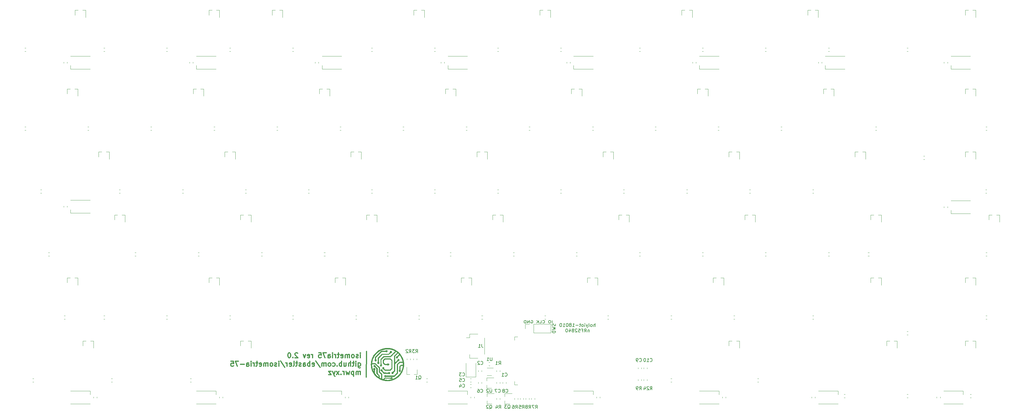
<source format=gbr>
G04 #@! TF.GenerationSoftware,KiCad,Pcbnew,(5.1.7)-1*
G04 #@! TF.CreationDate,2020-11-05T20:24:01+01:00*
G04 #@! TF.ProjectId,isometria-75-pcb-ml,69736f6d-6574-4726-9961-2d37352d7063,rev?*
G04 #@! TF.SameCoordinates,Original*
G04 #@! TF.FileFunction,Legend,Bot*
G04 #@! TF.FilePolarity,Positive*
%FSLAX46Y46*%
G04 Gerber Fmt 4.6, Leading zero omitted, Abs format (unit mm)*
G04 Created by KiCad (PCBNEW (5.1.7)-1) date 2020-11-05 20:24:01*
%MOMM*%
%LPD*%
G01*
G04 APERTURE LIST*
%ADD10C,0.150000*%
%ADD11C,0.300000*%
%ADD12C,0.120000*%
%ADD13C,0.010000*%
G04 APERTURE END LIST*
D10*
X154114285Y-87531904D02*
X154114285Y-86731904D01*
X153447619Y-86731904D02*
X153257142Y-86731904D01*
X153161904Y-86770000D01*
X153066666Y-86846190D01*
X153019047Y-86998571D01*
X153019047Y-87265238D01*
X153066666Y-87417619D01*
X153161904Y-87493809D01*
X153257142Y-87531904D01*
X153447619Y-87531904D01*
X153542857Y-87493809D01*
X153638095Y-87417619D01*
X153685714Y-87265238D01*
X153685714Y-86998571D01*
X153638095Y-86846190D01*
X153542857Y-86770000D01*
X153447619Y-86731904D01*
X151257142Y-87455714D02*
X151304761Y-87493809D01*
X151447619Y-87531904D01*
X151542857Y-87531904D01*
X151685714Y-87493809D01*
X151780952Y-87417619D01*
X151828571Y-87341428D01*
X151876190Y-87189047D01*
X151876190Y-87074761D01*
X151828571Y-86922380D01*
X151780952Y-86846190D01*
X151685714Y-86770000D01*
X151542857Y-86731904D01*
X151447619Y-86731904D01*
X151304761Y-86770000D01*
X151257142Y-86808095D01*
X150352380Y-87531904D02*
X150828571Y-87531904D01*
X150828571Y-86731904D01*
X150019047Y-87531904D02*
X150019047Y-86731904D01*
X149447619Y-87531904D02*
X149876190Y-87074761D01*
X149447619Y-86731904D02*
X150019047Y-87189047D01*
X147733333Y-86770000D02*
X147828571Y-86731904D01*
X147971428Y-86731904D01*
X148114285Y-86770000D01*
X148209523Y-86846190D01*
X148257142Y-86922380D01*
X148304761Y-87074761D01*
X148304761Y-87189047D01*
X148257142Y-87341428D01*
X148209523Y-87417619D01*
X148114285Y-87493809D01*
X147971428Y-87531904D01*
X147876190Y-87531904D01*
X147733333Y-87493809D01*
X147685714Y-87455714D01*
X147685714Y-87189047D01*
X147876190Y-87189047D01*
X147257142Y-87531904D02*
X147257142Y-86731904D01*
X146685714Y-87531904D01*
X146685714Y-86731904D01*
X146209523Y-87531904D02*
X146209523Y-86731904D01*
X145971428Y-86731904D01*
X145828571Y-86770000D01*
X145733333Y-86846190D01*
X145685714Y-86922380D01*
X145638095Y-87074761D01*
X145638095Y-87189047D01*
X145685714Y-87341428D01*
X145733333Y-87417619D01*
X145828571Y-87493809D01*
X145971428Y-87531904D01*
X146209523Y-87531904D01*
D11*
X98138033Y-96100000D02*
X98088033Y-103900000D01*
D10*
X167055714Y-88617380D02*
X167055714Y-87617380D01*
X166627142Y-88617380D02*
X166627142Y-88093571D01*
X166674761Y-87998333D01*
X166770000Y-87950714D01*
X166912857Y-87950714D01*
X167008095Y-87998333D01*
X167055714Y-88045952D01*
X166008095Y-88617380D02*
X166103333Y-88569761D01*
X166150952Y-88522142D01*
X166198571Y-88426904D01*
X166198571Y-88141190D01*
X166150952Y-88045952D01*
X166103333Y-87998333D01*
X166008095Y-87950714D01*
X165865238Y-87950714D01*
X165770000Y-87998333D01*
X165722380Y-88045952D01*
X165674761Y-88141190D01*
X165674761Y-88426904D01*
X165722380Y-88522142D01*
X165770000Y-88569761D01*
X165865238Y-88617380D01*
X166008095Y-88617380D01*
X165103333Y-88617380D02*
X165198571Y-88569761D01*
X165246190Y-88474523D01*
X165246190Y-87617380D01*
X164817619Y-87950714D02*
X164579523Y-88617380D01*
X164341428Y-87950714D02*
X164579523Y-88617380D01*
X164674761Y-88855476D01*
X164722380Y-88903095D01*
X164817619Y-88950714D01*
X163960476Y-88617380D02*
X163960476Y-87950714D01*
X163960476Y-87617380D02*
X164008095Y-87665000D01*
X163960476Y-87712619D01*
X163912857Y-87665000D01*
X163960476Y-87617380D01*
X163960476Y-87712619D01*
X163341428Y-88617380D02*
X163436666Y-88569761D01*
X163484285Y-88522142D01*
X163531904Y-88426904D01*
X163531904Y-88141190D01*
X163484285Y-88045952D01*
X163436666Y-87998333D01*
X163341428Y-87950714D01*
X163198571Y-87950714D01*
X163103333Y-87998333D01*
X163055714Y-88045952D01*
X163008095Y-88141190D01*
X163008095Y-88426904D01*
X163055714Y-88522142D01*
X163103333Y-88569761D01*
X163198571Y-88617380D01*
X163341428Y-88617380D01*
X162722380Y-87950714D02*
X162341428Y-87950714D01*
X162579523Y-87617380D02*
X162579523Y-88474523D01*
X162531904Y-88569761D01*
X162436666Y-88617380D01*
X162341428Y-88617380D01*
X162008095Y-88236428D02*
X161246190Y-88236428D01*
X160246190Y-88617380D02*
X160817619Y-88617380D01*
X160531904Y-88617380D02*
X160531904Y-87617380D01*
X160627142Y-87760238D01*
X160722380Y-87855476D01*
X160817619Y-87903095D01*
X159674761Y-88045952D02*
X159770000Y-87998333D01*
X159817619Y-87950714D01*
X159865238Y-87855476D01*
X159865238Y-87807857D01*
X159817619Y-87712619D01*
X159770000Y-87665000D01*
X159674761Y-87617380D01*
X159484285Y-87617380D01*
X159389047Y-87665000D01*
X159341428Y-87712619D01*
X159293809Y-87807857D01*
X159293809Y-87855476D01*
X159341428Y-87950714D01*
X159389047Y-87998333D01*
X159484285Y-88045952D01*
X159674761Y-88045952D01*
X159770000Y-88093571D01*
X159817619Y-88141190D01*
X159865238Y-88236428D01*
X159865238Y-88426904D01*
X159817619Y-88522142D01*
X159770000Y-88569761D01*
X159674761Y-88617380D01*
X159484285Y-88617380D01*
X159389047Y-88569761D01*
X159341428Y-88522142D01*
X159293809Y-88426904D01*
X159293809Y-88236428D01*
X159341428Y-88141190D01*
X159389047Y-88093571D01*
X159484285Y-88045952D01*
X158674761Y-87617380D02*
X158579523Y-87617380D01*
X158484285Y-87665000D01*
X158436666Y-87712619D01*
X158389047Y-87807857D01*
X158341428Y-87998333D01*
X158341428Y-88236428D01*
X158389047Y-88426904D01*
X158436666Y-88522142D01*
X158484285Y-88569761D01*
X158579523Y-88617380D01*
X158674761Y-88617380D01*
X158770000Y-88569761D01*
X158817619Y-88522142D01*
X158865238Y-88426904D01*
X158912857Y-88236428D01*
X158912857Y-87998333D01*
X158865238Y-87807857D01*
X158817619Y-87712619D01*
X158770000Y-87665000D01*
X158674761Y-87617380D01*
X157389047Y-88617380D02*
X157960476Y-88617380D01*
X157674761Y-88617380D02*
X157674761Y-87617380D01*
X157770000Y-87760238D01*
X157865238Y-87855476D01*
X157960476Y-87903095D01*
X156770000Y-87617380D02*
X156674761Y-87617380D01*
X156579523Y-87665000D01*
X156531904Y-87712619D01*
X156484285Y-87807857D01*
X156436666Y-87998333D01*
X156436666Y-88236428D01*
X156484285Y-88426904D01*
X156531904Y-88522142D01*
X156579523Y-88569761D01*
X156674761Y-88617380D01*
X156770000Y-88617380D01*
X156865238Y-88569761D01*
X156912857Y-88522142D01*
X156960476Y-88426904D01*
X157008095Y-88236428D01*
X157008095Y-87998333D01*
X156960476Y-87807857D01*
X156912857Y-87712619D01*
X156865238Y-87665000D01*
X156770000Y-87617380D01*
X165293809Y-89600714D02*
X165293809Y-90267380D01*
X165293809Y-89695952D02*
X165246190Y-89648333D01*
X165150952Y-89600714D01*
X165008095Y-89600714D01*
X164912857Y-89648333D01*
X164865238Y-89743571D01*
X164865238Y-90267380D01*
X163817619Y-90267380D02*
X164150952Y-89791190D01*
X164389047Y-90267380D02*
X164389047Y-89267380D01*
X164008095Y-89267380D01*
X163912857Y-89315000D01*
X163865238Y-89362619D01*
X163817619Y-89457857D01*
X163817619Y-89600714D01*
X163865238Y-89695952D01*
X163912857Y-89743571D01*
X164008095Y-89791190D01*
X164389047Y-89791190D01*
X163055714Y-89743571D02*
X163389047Y-89743571D01*
X163389047Y-90267380D02*
X163389047Y-89267380D01*
X162912857Y-89267380D01*
X162055714Y-89267380D02*
X162531904Y-89267380D01*
X162579523Y-89743571D01*
X162531904Y-89695952D01*
X162436666Y-89648333D01*
X162198571Y-89648333D01*
X162103333Y-89695952D01*
X162055714Y-89743571D01*
X162008095Y-89838809D01*
X162008095Y-90076904D01*
X162055714Y-90172142D01*
X162103333Y-90219761D01*
X162198571Y-90267380D01*
X162436666Y-90267380D01*
X162531904Y-90219761D01*
X162579523Y-90172142D01*
X161627142Y-89362619D02*
X161579523Y-89315000D01*
X161484285Y-89267380D01*
X161246190Y-89267380D01*
X161150952Y-89315000D01*
X161103333Y-89362619D01*
X161055714Y-89457857D01*
X161055714Y-89553095D01*
X161103333Y-89695952D01*
X161674761Y-90267380D01*
X161055714Y-90267380D01*
X160484285Y-89695952D02*
X160579523Y-89648333D01*
X160627142Y-89600714D01*
X160674761Y-89505476D01*
X160674761Y-89457857D01*
X160627142Y-89362619D01*
X160579523Y-89315000D01*
X160484285Y-89267380D01*
X160293809Y-89267380D01*
X160198571Y-89315000D01*
X160150952Y-89362619D01*
X160103333Y-89457857D01*
X160103333Y-89505476D01*
X160150952Y-89600714D01*
X160198571Y-89648333D01*
X160293809Y-89695952D01*
X160484285Y-89695952D01*
X160579523Y-89743571D01*
X160627142Y-89791190D01*
X160674761Y-89886428D01*
X160674761Y-90076904D01*
X160627142Y-90172142D01*
X160579523Y-90219761D01*
X160484285Y-90267380D01*
X160293809Y-90267380D01*
X160198571Y-90219761D01*
X160150952Y-90172142D01*
X160103333Y-90076904D01*
X160103333Y-89886428D01*
X160150952Y-89791190D01*
X160198571Y-89743571D01*
X160293809Y-89695952D01*
X159246190Y-89600714D02*
X159246190Y-90267380D01*
X159484285Y-89219761D02*
X159722380Y-89934047D01*
X159103333Y-89934047D01*
X158531904Y-89267380D02*
X158436666Y-89267380D01*
X158341428Y-89315000D01*
X158293809Y-89362619D01*
X158246190Y-89457857D01*
X158198571Y-89648333D01*
X158198571Y-89886428D01*
X158246190Y-90076904D01*
X158293809Y-90172142D01*
X158341428Y-90219761D01*
X158436666Y-90267380D01*
X158531904Y-90267380D01*
X158627142Y-90219761D01*
X158674761Y-90172142D01*
X158722380Y-90076904D01*
X158770000Y-89886428D01*
X158770000Y-89648333D01*
X158722380Y-89457857D01*
X158674761Y-89362619D01*
X158627142Y-89315000D01*
X158531904Y-89267380D01*
D11*
X96297857Y-98008571D02*
X96297857Y-97008571D01*
X96297857Y-96508571D02*
X96369285Y-96580000D01*
X96297857Y-96651428D01*
X96226428Y-96580000D01*
X96297857Y-96508571D01*
X96297857Y-96651428D01*
X95655000Y-97937142D02*
X95512142Y-98008571D01*
X95226428Y-98008571D01*
X95083571Y-97937142D01*
X95012142Y-97794285D01*
X95012142Y-97722857D01*
X95083571Y-97580000D01*
X95226428Y-97508571D01*
X95440714Y-97508571D01*
X95583571Y-97437142D01*
X95655000Y-97294285D01*
X95655000Y-97222857D01*
X95583571Y-97080000D01*
X95440714Y-97008571D01*
X95226428Y-97008571D01*
X95083571Y-97080000D01*
X94155000Y-98008571D02*
X94297857Y-97937142D01*
X94369285Y-97865714D01*
X94440714Y-97722857D01*
X94440714Y-97294285D01*
X94369285Y-97151428D01*
X94297857Y-97080000D01*
X94155000Y-97008571D01*
X93940714Y-97008571D01*
X93797857Y-97080000D01*
X93726428Y-97151428D01*
X93655000Y-97294285D01*
X93655000Y-97722857D01*
X93726428Y-97865714D01*
X93797857Y-97937142D01*
X93940714Y-98008571D01*
X94155000Y-98008571D01*
X93012142Y-98008571D02*
X93012142Y-97008571D01*
X93012142Y-97151428D02*
X92940714Y-97080000D01*
X92797857Y-97008571D01*
X92583571Y-97008571D01*
X92440714Y-97080000D01*
X92369285Y-97222857D01*
X92369285Y-98008571D01*
X92369285Y-97222857D02*
X92297857Y-97080000D01*
X92155000Y-97008571D01*
X91940714Y-97008571D01*
X91797857Y-97080000D01*
X91726428Y-97222857D01*
X91726428Y-98008571D01*
X90440714Y-97937142D02*
X90583571Y-98008571D01*
X90869285Y-98008571D01*
X91012142Y-97937142D01*
X91083571Y-97794285D01*
X91083571Y-97222857D01*
X91012142Y-97080000D01*
X90869285Y-97008571D01*
X90583571Y-97008571D01*
X90440714Y-97080000D01*
X90369285Y-97222857D01*
X90369285Y-97365714D01*
X91083571Y-97508571D01*
X89940714Y-97008571D02*
X89369285Y-97008571D01*
X89726428Y-96508571D02*
X89726428Y-97794285D01*
X89655000Y-97937142D01*
X89512142Y-98008571D01*
X89369285Y-98008571D01*
X88869285Y-98008571D02*
X88869285Y-97008571D01*
X88869285Y-97294285D02*
X88797857Y-97151428D01*
X88726428Y-97080000D01*
X88583571Y-97008571D01*
X88440714Y-97008571D01*
X87940714Y-98008571D02*
X87940714Y-97008571D01*
X87940714Y-96508571D02*
X88012142Y-96580000D01*
X87940714Y-96651428D01*
X87869285Y-96580000D01*
X87940714Y-96508571D01*
X87940714Y-96651428D01*
X86583571Y-98008571D02*
X86583571Y-97222857D01*
X86655000Y-97080000D01*
X86797857Y-97008571D01*
X87083571Y-97008571D01*
X87226428Y-97080000D01*
X86583571Y-97937142D02*
X86726428Y-98008571D01*
X87083571Y-98008571D01*
X87226428Y-97937142D01*
X87297857Y-97794285D01*
X87297857Y-97651428D01*
X87226428Y-97508571D01*
X87083571Y-97437142D01*
X86726428Y-97437142D01*
X86583571Y-97365714D01*
X86012142Y-96508571D02*
X85012142Y-96508571D01*
X85655000Y-98008571D01*
X83726428Y-96508571D02*
X84440714Y-96508571D01*
X84512142Y-97222857D01*
X84440714Y-97151428D01*
X84297857Y-97080000D01*
X83940714Y-97080000D01*
X83797857Y-97151428D01*
X83726428Y-97222857D01*
X83655000Y-97365714D01*
X83655000Y-97722857D01*
X83726428Y-97865714D01*
X83797857Y-97937142D01*
X83940714Y-98008571D01*
X84297857Y-98008571D01*
X84440714Y-97937142D01*
X84512142Y-97865714D01*
X81869285Y-98008571D02*
X81869285Y-97008571D01*
X81869285Y-97294285D02*
X81797857Y-97151428D01*
X81726428Y-97080000D01*
X81583571Y-97008571D01*
X81440714Y-97008571D01*
X80369285Y-97937142D02*
X80512142Y-98008571D01*
X80797857Y-98008571D01*
X80940714Y-97937142D01*
X81012142Y-97794285D01*
X81012142Y-97222857D01*
X80940714Y-97080000D01*
X80797857Y-97008571D01*
X80512142Y-97008571D01*
X80369285Y-97080000D01*
X80297857Y-97222857D01*
X80297857Y-97365714D01*
X81012142Y-97508571D01*
X79797857Y-97008571D02*
X79440714Y-98008571D01*
X79083571Y-97008571D01*
X77440714Y-96651428D02*
X77369285Y-96580000D01*
X77226428Y-96508571D01*
X76869285Y-96508571D01*
X76726428Y-96580000D01*
X76655000Y-96651428D01*
X76583571Y-96794285D01*
X76583571Y-96937142D01*
X76655000Y-97151428D01*
X77512142Y-98008571D01*
X76583571Y-98008571D01*
X75940714Y-97865714D02*
X75869285Y-97937142D01*
X75940714Y-98008571D01*
X76012142Y-97937142D01*
X75940714Y-97865714D01*
X75940714Y-98008571D01*
X74940714Y-96508571D02*
X74797857Y-96508571D01*
X74655000Y-96580000D01*
X74583571Y-96651428D01*
X74512142Y-96794285D01*
X74440714Y-97080000D01*
X74440714Y-97437142D01*
X74512142Y-97722857D01*
X74583571Y-97865714D01*
X74655000Y-97937142D01*
X74797857Y-98008571D01*
X74940714Y-98008571D01*
X75083571Y-97937142D01*
X75155000Y-97865714D01*
X75226428Y-97722857D01*
X75297857Y-97437142D01*
X75297857Y-97080000D01*
X75226428Y-96794285D01*
X75155000Y-96651428D01*
X75083571Y-96580000D01*
X74940714Y-96508571D01*
X95655000Y-99558571D02*
X95655000Y-100772857D01*
X95726428Y-100915714D01*
X95797857Y-100987142D01*
X95940714Y-101058571D01*
X96155000Y-101058571D01*
X96297857Y-100987142D01*
X95655000Y-100487142D02*
X95797857Y-100558571D01*
X96083571Y-100558571D01*
X96226428Y-100487142D01*
X96297857Y-100415714D01*
X96369285Y-100272857D01*
X96369285Y-99844285D01*
X96297857Y-99701428D01*
X96226428Y-99630000D01*
X96083571Y-99558571D01*
X95797857Y-99558571D01*
X95655000Y-99630000D01*
X94940714Y-100558571D02*
X94940714Y-99558571D01*
X94940714Y-99058571D02*
X95012142Y-99130000D01*
X94940714Y-99201428D01*
X94869285Y-99130000D01*
X94940714Y-99058571D01*
X94940714Y-99201428D01*
X94440714Y-99558571D02*
X93869285Y-99558571D01*
X94226428Y-99058571D02*
X94226428Y-100344285D01*
X94155000Y-100487142D01*
X94012142Y-100558571D01*
X93869285Y-100558571D01*
X93369285Y-100558571D02*
X93369285Y-99058571D01*
X92726428Y-100558571D02*
X92726428Y-99772857D01*
X92797857Y-99630000D01*
X92940714Y-99558571D01*
X93155000Y-99558571D01*
X93297857Y-99630000D01*
X93369285Y-99701428D01*
X91369285Y-99558571D02*
X91369285Y-100558571D01*
X92012142Y-99558571D02*
X92012142Y-100344285D01*
X91940714Y-100487142D01*
X91797857Y-100558571D01*
X91583571Y-100558571D01*
X91440714Y-100487142D01*
X91369285Y-100415714D01*
X90655000Y-100558571D02*
X90655000Y-99058571D01*
X90655000Y-99630000D02*
X90512142Y-99558571D01*
X90226428Y-99558571D01*
X90083571Y-99630000D01*
X90012142Y-99701428D01*
X89940714Y-99844285D01*
X89940714Y-100272857D01*
X90012142Y-100415714D01*
X90083571Y-100487142D01*
X90226428Y-100558571D01*
X90512142Y-100558571D01*
X90655000Y-100487142D01*
X89297857Y-100415714D02*
X89226428Y-100487142D01*
X89297857Y-100558571D01*
X89369285Y-100487142D01*
X89297857Y-100415714D01*
X89297857Y-100558571D01*
X87940714Y-100487142D02*
X88083571Y-100558571D01*
X88369285Y-100558571D01*
X88512142Y-100487142D01*
X88583571Y-100415714D01*
X88655000Y-100272857D01*
X88655000Y-99844285D01*
X88583571Y-99701428D01*
X88512142Y-99630000D01*
X88369285Y-99558571D01*
X88083571Y-99558571D01*
X87940714Y-99630000D01*
X87083571Y-100558571D02*
X87226428Y-100487142D01*
X87297857Y-100415714D01*
X87369285Y-100272857D01*
X87369285Y-99844285D01*
X87297857Y-99701428D01*
X87226428Y-99630000D01*
X87083571Y-99558571D01*
X86869285Y-99558571D01*
X86726428Y-99630000D01*
X86655000Y-99701428D01*
X86583571Y-99844285D01*
X86583571Y-100272857D01*
X86655000Y-100415714D01*
X86726428Y-100487142D01*
X86869285Y-100558571D01*
X87083571Y-100558571D01*
X85940714Y-100558571D02*
X85940714Y-99558571D01*
X85940714Y-99701428D02*
X85869285Y-99630000D01*
X85726428Y-99558571D01*
X85512142Y-99558571D01*
X85369285Y-99630000D01*
X85297857Y-99772857D01*
X85297857Y-100558571D01*
X85297857Y-99772857D02*
X85226428Y-99630000D01*
X85083571Y-99558571D01*
X84869285Y-99558571D01*
X84726428Y-99630000D01*
X84655000Y-99772857D01*
X84655000Y-100558571D01*
X82869285Y-98987142D02*
X84155000Y-100915714D01*
X81797857Y-100487142D02*
X81940714Y-100558571D01*
X82226428Y-100558571D01*
X82369285Y-100487142D01*
X82440714Y-100344285D01*
X82440714Y-99772857D01*
X82369285Y-99630000D01*
X82226428Y-99558571D01*
X81940714Y-99558571D01*
X81797857Y-99630000D01*
X81726428Y-99772857D01*
X81726428Y-99915714D01*
X82440714Y-100058571D01*
X81083571Y-100558571D02*
X81083571Y-99058571D01*
X81083571Y-99630000D02*
X80940714Y-99558571D01*
X80654999Y-99558571D01*
X80512142Y-99630000D01*
X80440714Y-99701428D01*
X80369285Y-99844285D01*
X80369285Y-100272857D01*
X80440714Y-100415714D01*
X80512142Y-100487142D01*
X80654999Y-100558571D01*
X80940714Y-100558571D01*
X81083571Y-100487142D01*
X79083571Y-100558571D02*
X79083571Y-99772857D01*
X79154999Y-99630000D01*
X79297857Y-99558571D01*
X79583571Y-99558571D01*
X79726428Y-99630000D01*
X79083571Y-100487142D02*
X79226428Y-100558571D01*
X79583571Y-100558571D01*
X79726428Y-100487142D01*
X79797857Y-100344285D01*
X79797857Y-100201428D01*
X79726428Y-100058571D01*
X79583571Y-99987142D01*
X79226428Y-99987142D01*
X79083571Y-99915714D01*
X78440714Y-100487142D02*
X78297857Y-100558571D01*
X78012142Y-100558571D01*
X77869285Y-100487142D01*
X77797857Y-100344285D01*
X77797857Y-100272857D01*
X77869285Y-100130000D01*
X78012142Y-100058571D01*
X78226428Y-100058571D01*
X78369285Y-99987142D01*
X78440714Y-99844285D01*
X78440714Y-99772857D01*
X78369285Y-99630000D01*
X78226428Y-99558571D01*
X78012142Y-99558571D01*
X77869285Y-99630000D01*
X77369285Y-99558571D02*
X76797857Y-99558571D01*
X77154999Y-99058571D02*
X77154999Y-100344285D01*
X77083571Y-100487142D01*
X76940714Y-100558571D01*
X76797857Y-100558571D01*
X76083571Y-100558571D02*
X76226428Y-100487142D01*
X76297857Y-100344285D01*
X76297857Y-99058571D01*
X74940714Y-100487142D02*
X75083571Y-100558571D01*
X75369285Y-100558571D01*
X75512142Y-100487142D01*
X75583571Y-100344285D01*
X75583571Y-99772857D01*
X75512142Y-99630000D01*
X75369285Y-99558571D01*
X75083571Y-99558571D01*
X74940714Y-99630000D01*
X74869285Y-99772857D01*
X74869285Y-99915714D01*
X75583571Y-100058571D01*
X74226428Y-100558571D02*
X74226428Y-99558571D01*
X74226428Y-99844285D02*
X74154999Y-99701428D01*
X74083571Y-99630000D01*
X73940714Y-99558571D01*
X73797857Y-99558571D01*
X72226428Y-98987142D02*
X73512142Y-100915714D01*
X71726428Y-100558571D02*
X71726428Y-99558571D01*
X71726428Y-99058571D02*
X71797857Y-99130000D01*
X71726428Y-99201428D01*
X71654999Y-99130000D01*
X71726428Y-99058571D01*
X71726428Y-99201428D01*
X71083571Y-100487142D02*
X70940714Y-100558571D01*
X70654999Y-100558571D01*
X70512142Y-100487142D01*
X70440714Y-100344285D01*
X70440714Y-100272857D01*
X70512142Y-100130000D01*
X70654999Y-100058571D01*
X70869285Y-100058571D01*
X71012142Y-99987142D01*
X71083571Y-99844285D01*
X71083571Y-99772857D01*
X71012142Y-99630000D01*
X70869285Y-99558571D01*
X70654999Y-99558571D01*
X70512142Y-99630000D01*
X69583571Y-100558571D02*
X69726428Y-100487142D01*
X69797857Y-100415714D01*
X69869285Y-100272857D01*
X69869285Y-99844285D01*
X69797857Y-99701428D01*
X69726428Y-99630000D01*
X69583571Y-99558571D01*
X69369285Y-99558571D01*
X69226428Y-99630000D01*
X69154999Y-99701428D01*
X69083571Y-99844285D01*
X69083571Y-100272857D01*
X69154999Y-100415714D01*
X69226428Y-100487142D01*
X69369285Y-100558571D01*
X69583571Y-100558571D01*
X68440714Y-100558571D02*
X68440714Y-99558571D01*
X68440714Y-99701428D02*
X68369285Y-99630000D01*
X68226428Y-99558571D01*
X68012142Y-99558571D01*
X67869285Y-99630000D01*
X67797857Y-99772857D01*
X67797857Y-100558571D01*
X67797857Y-99772857D02*
X67726428Y-99630000D01*
X67583571Y-99558571D01*
X67369285Y-99558571D01*
X67226428Y-99630000D01*
X67154999Y-99772857D01*
X67154999Y-100558571D01*
X65869285Y-100487142D02*
X66012142Y-100558571D01*
X66297857Y-100558571D01*
X66440714Y-100487142D01*
X66512142Y-100344285D01*
X66512142Y-99772857D01*
X66440714Y-99630000D01*
X66297857Y-99558571D01*
X66012142Y-99558571D01*
X65869285Y-99630000D01*
X65797857Y-99772857D01*
X65797857Y-99915714D01*
X66512142Y-100058571D01*
X65369285Y-99558571D02*
X64797857Y-99558571D01*
X65154999Y-99058571D02*
X65154999Y-100344285D01*
X65083571Y-100487142D01*
X64940714Y-100558571D01*
X64797857Y-100558571D01*
X64297857Y-100558571D02*
X64297857Y-99558571D01*
X64297857Y-99844285D02*
X64226428Y-99701428D01*
X64154999Y-99630000D01*
X64012142Y-99558571D01*
X63869285Y-99558571D01*
X63369285Y-100558571D02*
X63369285Y-99558571D01*
X63369285Y-99058571D02*
X63440714Y-99130000D01*
X63369285Y-99201428D01*
X63297857Y-99130000D01*
X63369285Y-99058571D01*
X63369285Y-99201428D01*
X62012142Y-100558571D02*
X62012142Y-99772857D01*
X62083571Y-99630000D01*
X62226428Y-99558571D01*
X62512142Y-99558571D01*
X62654999Y-99630000D01*
X62012142Y-100487142D02*
X62154999Y-100558571D01*
X62512142Y-100558571D01*
X62654999Y-100487142D01*
X62726428Y-100344285D01*
X62726428Y-100201428D01*
X62654999Y-100058571D01*
X62512142Y-99987142D01*
X62154999Y-99987142D01*
X62012142Y-99915714D01*
X61297857Y-99987142D02*
X60154999Y-99987142D01*
X59583571Y-99058571D02*
X58583571Y-99058571D01*
X59226428Y-100558571D01*
X57297857Y-99058571D02*
X58012142Y-99058571D01*
X58083571Y-99772857D01*
X58012142Y-99701428D01*
X57869285Y-99630000D01*
X57512142Y-99630000D01*
X57369285Y-99701428D01*
X57297857Y-99772857D01*
X57226428Y-99915714D01*
X57226428Y-100272857D01*
X57297857Y-100415714D01*
X57369285Y-100487142D01*
X57512142Y-100558571D01*
X57869285Y-100558571D01*
X58012142Y-100487142D01*
X58083571Y-100415714D01*
X96297857Y-103108571D02*
X96297857Y-102108571D01*
X96297857Y-102251428D02*
X96226428Y-102180000D01*
X96083571Y-102108571D01*
X95869285Y-102108571D01*
X95726428Y-102180000D01*
X95655000Y-102322857D01*
X95655000Y-103108571D01*
X95655000Y-102322857D02*
X95583571Y-102180000D01*
X95440714Y-102108571D01*
X95226428Y-102108571D01*
X95083571Y-102180000D01*
X95012142Y-102322857D01*
X95012142Y-103108571D01*
X94297857Y-102108571D02*
X94297857Y-103608571D01*
X94297857Y-102180000D02*
X94155000Y-102108571D01*
X93869285Y-102108571D01*
X93726428Y-102180000D01*
X93655000Y-102251428D01*
X93583571Y-102394285D01*
X93583571Y-102822857D01*
X93655000Y-102965714D01*
X93726428Y-103037142D01*
X93869285Y-103108571D01*
X94155000Y-103108571D01*
X94297857Y-103037142D01*
X93083571Y-102108571D02*
X92797857Y-103108571D01*
X92512142Y-102394285D01*
X92226428Y-103108571D01*
X91940714Y-102108571D01*
X91369285Y-103108571D02*
X91369285Y-102108571D01*
X91369285Y-102394285D02*
X91297857Y-102251428D01*
X91226428Y-102180000D01*
X91083571Y-102108571D01*
X90940714Y-102108571D01*
X90440714Y-102965714D02*
X90369285Y-103037142D01*
X90440714Y-103108571D01*
X90512142Y-103037142D01*
X90440714Y-102965714D01*
X90440714Y-103108571D01*
X89869285Y-103108571D02*
X89083571Y-102108571D01*
X89869285Y-102108571D02*
X89083571Y-103108571D01*
X88655000Y-102108571D02*
X88297857Y-103108571D01*
X87940714Y-102108571D02*
X88297857Y-103108571D01*
X88440714Y-103465714D01*
X88512142Y-103537142D01*
X88655000Y-103608571D01*
X87512142Y-102108571D02*
X86726428Y-102108571D01*
X87512142Y-103108571D01*
X86726428Y-103108571D01*
D12*
X280421267Y-110090000D02*
X280078733Y-110090000D01*
X280421267Y-109070000D02*
X280078733Y-109070000D01*
X261421267Y-110090000D02*
X261078733Y-110090000D01*
X261421267Y-109070000D02*
X261078733Y-109070000D01*
X242421267Y-110090000D02*
X242078733Y-110090000D01*
X242421267Y-109070000D02*
X242078733Y-109070000D01*
X216325267Y-105340000D02*
X215982733Y-105340000D01*
X216325267Y-104320000D02*
X215982733Y-104320000D01*
X190163267Y-105340000D02*
X189820733Y-105340000D01*
X190163267Y-104320000D02*
X189820733Y-104320000D01*
X116546267Y-105340000D02*
X116203733Y-105340000D01*
X116546267Y-104320000D02*
X116203733Y-104320000D01*
X45296267Y-105340000D02*
X44953733Y-105340000D01*
X45296267Y-104320000D02*
X44953733Y-104320000D01*
X21546267Y-105340000D02*
X21203733Y-105340000D01*
X21546267Y-104320000D02*
X21203733Y-104320000D01*
X-2203733Y-105340000D02*
X-2546267Y-105340000D01*
X-2203733Y-104320000D02*
X-2546267Y-104320000D01*
X285171267Y-86362000D02*
X284828733Y-86362000D01*
X285171267Y-85342000D02*
X284828733Y-85342000D01*
X261421267Y-91090000D02*
X261078733Y-91090000D01*
X261421267Y-90070000D02*
X261078733Y-90070000D01*
X232921267Y-86362000D02*
X232578733Y-86362000D01*
X232921267Y-85342000D02*
X232578733Y-85342000D01*
X209171267Y-86362000D02*
X208828733Y-86362000D01*
X209171267Y-85342000D02*
X208828733Y-85342000D01*
X190171267Y-86362000D02*
X189828733Y-86362000D01*
X190171267Y-85342000D02*
X189828733Y-85342000D01*
X171171267Y-86362000D02*
X170828733Y-86362000D01*
X171171267Y-85342000D02*
X170828733Y-85342000D01*
X152171267Y-86362000D02*
X151828733Y-86362000D01*
X152171267Y-85342000D02*
X151828733Y-85342000D01*
X133171267Y-86362000D02*
X132828733Y-86362000D01*
X133171267Y-85342000D02*
X132828733Y-85342000D01*
X114171267Y-86362000D02*
X113828733Y-86362000D01*
X114171267Y-85342000D02*
X113828733Y-85342000D01*
X95171267Y-86362000D02*
X94828733Y-86362000D01*
X95171267Y-85342000D02*
X94828733Y-85342000D01*
X76171267Y-86362000D02*
X75828733Y-86362000D01*
X76171267Y-85342000D02*
X75828733Y-85342000D01*
X57171267Y-86362000D02*
X56828733Y-86362000D01*
X57171267Y-85342000D02*
X56828733Y-85342000D01*
X38171267Y-86362000D02*
X37828733Y-86362000D01*
X38171267Y-85342000D02*
X37828733Y-85342000D01*
X19221267Y-86362000D02*
X18878733Y-86362000D01*
X19221267Y-85342000D02*
X18878733Y-85342000D01*
X7296267Y-86362000D02*
X6953733Y-86362000D01*
X7296267Y-85342000D02*
X6953733Y-85342000D01*
X285159267Y-67312000D02*
X284816733Y-67312000D01*
X285159267Y-66292000D02*
X284816733Y-66292000D01*
X249671267Y-67312000D02*
X249328733Y-67312000D01*
X249671267Y-66292000D02*
X249328733Y-66292000D01*
X237671267Y-67312000D02*
X237328733Y-67312000D01*
X237671267Y-66292000D02*
X237328733Y-66292000D01*
X218671267Y-67312000D02*
X218328733Y-67312000D01*
X218671267Y-66292000D02*
X218328733Y-66292000D01*
X199671267Y-67312000D02*
X199328733Y-67312000D01*
X199671267Y-66292000D02*
X199328733Y-66292000D01*
X180671267Y-67312000D02*
X180328733Y-67312000D01*
X180671267Y-66292000D02*
X180328733Y-66292000D01*
X161671267Y-67312000D02*
X161328733Y-67312000D01*
X161671267Y-66292000D02*
X161328733Y-66292000D01*
X142665267Y-67312000D02*
X142322733Y-67312000D01*
X142665267Y-66292000D02*
X142322733Y-66292000D01*
X123671267Y-67312000D02*
X123328733Y-67312000D01*
X123671267Y-66292000D02*
X123328733Y-66292000D01*
X104671267Y-67312000D02*
X104328733Y-67312000D01*
X104671267Y-66292000D02*
X104328733Y-66292000D01*
X85671267Y-67312000D02*
X85328733Y-67312000D01*
X85671267Y-66292000D02*
X85328733Y-66292000D01*
X66719267Y-67312000D02*
X66376733Y-67312000D01*
X66719267Y-66292000D02*
X66376733Y-66292000D01*
X47671267Y-67312000D02*
X47328733Y-67312000D01*
X47671267Y-66292000D02*
X47328733Y-66292000D01*
X28671267Y-67312000D02*
X28328733Y-67312000D01*
X28671267Y-66292000D02*
X28328733Y-66292000D01*
X2546267Y-67312000D02*
X2203733Y-67312000D01*
X2546267Y-66292000D02*
X2203733Y-66292000D01*
X285133767Y-48340000D02*
X284791233Y-48340000D01*
X285133767Y-47320000D02*
X284791233Y-47320000D01*
X266078733Y-37160000D02*
X266421267Y-37160000D01*
X266078733Y-38180000D02*
X266421267Y-38180000D01*
X232921267Y-48340000D02*
X232578733Y-48340000D01*
X232921267Y-47320000D02*
X232578733Y-47320000D01*
X213921267Y-48340000D02*
X213578733Y-48340000D01*
X213921267Y-47320000D02*
X213578733Y-47320000D01*
X194921267Y-48340000D02*
X194578733Y-48340000D01*
X194921267Y-47320000D02*
X194578733Y-47320000D01*
X175921267Y-48340000D02*
X175578733Y-48340000D01*
X175921267Y-47320000D02*
X175578733Y-47320000D01*
X156921267Y-48340000D02*
X156578733Y-48340000D01*
X156921267Y-47320000D02*
X156578733Y-47320000D01*
X137921267Y-48340000D02*
X137578733Y-48340000D01*
X137921267Y-47320000D02*
X137578733Y-47320000D01*
X118916267Y-48340000D02*
X118573733Y-48340000D01*
X118916267Y-47320000D02*
X118573733Y-47320000D01*
X99921267Y-48340000D02*
X99578733Y-48340000D01*
X99921267Y-47320000D02*
X99578733Y-47320000D01*
X80921267Y-48340000D02*
X80578733Y-48340000D01*
X80921267Y-47320000D02*
X80578733Y-47320000D01*
X61921267Y-48340000D02*
X61578733Y-48340000D01*
X61921267Y-47320000D02*
X61578733Y-47320000D01*
X42921267Y-48340000D02*
X42578733Y-48340000D01*
X42921267Y-47320000D02*
X42578733Y-47320000D01*
X23921267Y-48340000D02*
X23578733Y-48340000D01*
X23921267Y-47320000D02*
X23578733Y-47320000D01*
X171267Y-48340000D02*
X-171267Y-48340000D01*
X171267Y-47320000D02*
X-171267Y-47320000D01*
X285171267Y-29340000D02*
X284828733Y-29340000D01*
X285171267Y-28320000D02*
X284828733Y-28320000D01*
X251921267Y-29340000D02*
X251578733Y-29340000D01*
X251921267Y-28320000D02*
X251578733Y-28320000D01*
X223421267Y-29340000D02*
X223078733Y-29340000D01*
X223421267Y-28320000D02*
X223078733Y-28320000D01*
X204421267Y-29340000D02*
X204078733Y-29340000D01*
X204421267Y-28320000D02*
X204078733Y-28320000D01*
X185421267Y-29340000D02*
X185078733Y-29340000D01*
X185421267Y-28320000D02*
X185078733Y-28320000D01*
X166541267Y-29340000D02*
X166198733Y-29340000D01*
X166541267Y-28320000D02*
X166198733Y-28320000D01*
X147421267Y-29340000D02*
X147078733Y-29340000D01*
X147421267Y-28320000D02*
X147078733Y-28320000D01*
X128441267Y-29340000D02*
X128098733Y-29340000D01*
X128441267Y-28320000D02*
X128098733Y-28320000D01*
X109391267Y-29340000D02*
X109048733Y-29340000D01*
X109391267Y-28320000D02*
X109048733Y-28320000D01*
X90421267Y-29340000D02*
X90078733Y-29340000D01*
X90421267Y-28320000D02*
X90078733Y-28320000D01*
X71421267Y-29340000D02*
X71078733Y-29340000D01*
X71421267Y-28320000D02*
X71078733Y-28320000D01*
X52421267Y-29340000D02*
X52078733Y-29340000D01*
X52421267Y-28320000D02*
X52078733Y-28320000D01*
X33421267Y-29340000D02*
X33078733Y-29340000D01*
X33421267Y-28320000D02*
X33078733Y-28320000D01*
X14421267Y-29340000D02*
X14078733Y-29340000D01*
X14421267Y-28320000D02*
X14078733Y-28320000D01*
X-4578733Y-29340000D02*
X-4921267Y-29340000D01*
X-4578733Y-28320000D02*
X-4921267Y-28320000D01*
X261421267Y-5590000D02*
X261078733Y-5590000D01*
X261421267Y-4570000D02*
X261078733Y-4570000D01*
X237671267Y-5590000D02*
X237328733Y-5590000D01*
X237671267Y-4570000D02*
X237328733Y-4570000D01*
X218671267Y-5590000D02*
X218328733Y-5590000D01*
X218671267Y-4570000D02*
X218328733Y-4570000D01*
X199671267Y-5590000D02*
X199328733Y-5590000D01*
X199671267Y-4570000D02*
X199328733Y-4570000D01*
X180671267Y-5590000D02*
X180328733Y-5590000D01*
X180671267Y-4570000D02*
X180328733Y-4570000D01*
X156921267Y-5590000D02*
X156578733Y-5590000D01*
X156921267Y-4570000D02*
X156578733Y-4570000D01*
X137921267Y-5590000D02*
X137578733Y-5590000D01*
X137921267Y-4570000D02*
X137578733Y-4570000D01*
X118921267Y-5590000D02*
X118578733Y-5590000D01*
X118921267Y-4570000D02*
X118578733Y-4570000D01*
X99921267Y-5590000D02*
X99578733Y-5590000D01*
X99921267Y-4570000D02*
X99578733Y-4570000D01*
X76171267Y-5590000D02*
X75828733Y-5590000D01*
X76171267Y-4570000D02*
X75828733Y-4570000D01*
X57171267Y-5590000D02*
X56828733Y-5590000D01*
X57171267Y-4570000D02*
X56828733Y-4570000D01*
X38171267Y-5590000D02*
X37828733Y-5590000D01*
X38171267Y-4570000D02*
X37828733Y-4570000D01*
X19233767Y-5590000D02*
X18891233Y-5590000D01*
X19233767Y-4570000D02*
X18891233Y-4570000D01*
X-4578733Y-5590000D02*
X-4921267Y-5590000D01*
X-4578733Y-4570000D02*
X-4921267Y-4570000D01*
X278670000Y-92910000D02*
X278670000Y-94370000D01*
X281830000Y-92910000D02*
X281830000Y-95070000D01*
X281830000Y-92910000D02*
X280900000Y-92910000D01*
X278670000Y-92910000D02*
X279600000Y-92910000D01*
X254920000Y-92910000D02*
X254920000Y-94370000D01*
X258080000Y-92910000D02*
X258080000Y-95070000D01*
X258080000Y-92910000D02*
X257150000Y-92910000D01*
X254920000Y-92910000D02*
X255850000Y-92910000D01*
X207420000Y-92910000D02*
X207420000Y-94370000D01*
X210580000Y-92910000D02*
X210580000Y-95070000D01*
X210580000Y-92910000D02*
X209650000Y-92910000D01*
X207420000Y-92910000D02*
X208350000Y-92910000D01*
X60170000Y-92910000D02*
X60170000Y-94370000D01*
X63330000Y-92910000D02*
X63330000Y-95070000D01*
X63330000Y-92910000D02*
X62400000Y-92910000D01*
X60170000Y-92910000D02*
X61100000Y-92910000D01*
X12670000Y-92910000D02*
X12670000Y-94370000D01*
X15830000Y-92910000D02*
X15830000Y-95070000D01*
X15830000Y-92910000D02*
X14900000Y-92910000D01*
X12670000Y-92910000D02*
X13600000Y-92910000D01*
X278670000Y-73910000D02*
X278670000Y-75370000D01*
X281830000Y-73910000D02*
X281830000Y-76070000D01*
X281830000Y-73910000D02*
X280900000Y-73910000D01*
X278670000Y-73910000D02*
X279600000Y-73910000D01*
X250170000Y-73910000D02*
X250170000Y-75370000D01*
X253330000Y-73910000D02*
X253330000Y-76070000D01*
X253330000Y-73910000D02*
X252400000Y-73910000D01*
X250170000Y-73910000D02*
X251100000Y-73910000D01*
X202670000Y-73910000D02*
X202670000Y-75370000D01*
X205830000Y-73910000D02*
X205830000Y-76070000D01*
X205830000Y-73910000D02*
X204900000Y-73910000D01*
X202670000Y-73910000D02*
X203600000Y-73910000D01*
X164670000Y-73910000D02*
X164670000Y-75370000D01*
X167830000Y-73910000D02*
X167830000Y-76070000D01*
X167830000Y-73910000D02*
X166900000Y-73910000D01*
X164670000Y-73910000D02*
X165600000Y-73910000D01*
X126670000Y-73910000D02*
X126670000Y-75370000D01*
X129830000Y-73910000D02*
X129830000Y-76070000D01*
X129830000Y-73910000D02*
X128900000Y-73910000D01*
X126670000Y-73910000D02*
X127600000Y-73910000D01*
X88670000Y-73910000D02*
X88670000Y-75370000D01*
X91830000Y-73910000D02*
X91830000Y-76070000D01*
X91830000Y-73910000D02*
X90900000Y-73910000D01*
X88670000Y-73910000D02*
X89600000Y-73910000D01*
X50670000Y-73910000D02*
X50670000Y-75370000D01*
X53830000Y-73910000D02*
X53830000Y-76070000D01*
X53830000Y-73910000D02*
X52900000Y-73910000D01*
X50670000Y-73910000D02*
X51600000Y-73910000D01*
X7920000Y-73910000D02*
X7920000Y-75370000D01*
X11080000Y-73910000D02*
X11080000Y-76070000D01*
X11080000Y-73910000D02*
X10150000Y-73910000D01*
X7920000Y-73910000D02*
X8850000Y-73910000D01*
X285795000Y-54910000D02*
X285795000Y-56370000D01*
X288955000Y-54910000D02*
X288955000Y-57070000D01*
X288955000Y-54910000D02*
X288025000Y-54910000D01*
X285795000Y-54910000D02*
X286725000Y-54910000D01*
X250170000Y-54910000D02*
X250170000Y-56370000D01*
X253330000Y-54910000D02*
X253330000Y-57070000D01*
X253330000Y-54910000D02*
X252400000Y-54910000D01*
X250170000Y-54910000D02*
X251100000Y-54910000D01*
X212170000Y-54910000D02*
X212170000Y-56370000D01*
X215330000Y-54910000D02*
X215330000Y-57070000D01*
X215330000Y-54910000D02*
X214400000Y-54910000D01*
X212170000Y-54910000D02*
X213100000Y-54910000D01*
X174170000Y-54910000D02*
X174170000Y-56370000D01*
X177330000Y-54910000D02*
X177330000Y-57070000D01*
X177330000Y-54910000D02*
X176400000Y-54910000D01*
X174170000Y-54910000D02*
X175100000Y-54910000D01*
X136170000Y-54910000D02*
X136170000Y-56370000D01*
X139330000Y-54910000D02*
X139330000Y-57070000D01*
X139330000Y-54910000D02*
X138400000Y-54910000D01*
X136170000Y-54910000D02*
X137100000Y-54910000D01*
X98170000Y-54910000D02*
X98170000Y-56370000D01*
X101330000Y-54910000D02*
X101330000Y-57070000D01*
X101330000Y-54910000D02*
X100400000Y-54910000D01*
X98170000Y-54910000D02*
X99100000Y-54910000D01*
X60170000Y-54910000D02*
X60170000Y-56370000D01*
X63330000Y-54910000D02*
X63330000Y-57070000D01*
X63330000Y-54910000D02*
X62400000Y-54910000D01*
X60170000Y-54910000D02*
X61100000Y-54910000D01*
X22170000Y-54910000D02*
X22170000Y-56370000D01*
X25330000Y-54910000D02*
X25330000Y-57070000D01*
X25330000Y-54910000D02*
X24400000Y-54910000D01*
X22170000Y-54910000D02*
X23100000Y-54910000D01*
X278670000Y-35910000D02*
X278670000Y-37370000D01*
X281830000Y-35910000D02*
X281830000Y-38070000D01*
X281830000Y-35910000D02*
X280900000Y-35910000D01*
X278670000Y-35910000D02*
X279600000Y-35910000D01*
X245420000Y-35910000D02*
X245420000Y-37370000D01*
X248580000Y-35910000D02*
X248580000Y-38070000D01*
X248580000Y-35910000D02*
X247650000Y-35910000D01*
X245420000Y-35910000D02*
X246350000Y-35910000D01*
X207420000Y-35910000D02*
X207420000Y-37370000D01*
X210580000Y-35910000D02*
X210580000Y-38070000D01*
X210580000Y-35910000D02*
X209650000Y-35910000D01*
X207420000Y-35910000D02*
X208350000Y-35910000D01*
X169420000Y-35910000D02*
X169420000Y-37370000D01*
X172580000Y-35910000D02*
X172580000Y-38070000D01*
X172580000Y-35910000D02*
X171650000Y-35910000D01*
X169420000Y-35910000D02*
X170350000Y-35910000D01*
X131420000Y-35910000D02*
X131420000Y-37370000D01*
X134580000Y-35910000D02*
X134580000Y-38070000D01*
X134580000Y-35910000D02*
X133650000Y-35910000D01*
X131420000Y-35910000D02*
X132350000Y-35910000D01*
X93420000Y-35910000D02*
X93420000Y-37370000D01*
X96580000Y-35910000D02*
X96580000Y-38070000D01*
X96580000Y-35910000D02*
X95650000Y-35910000D01*
X93420000Y-35910000D02*
X94350000Y-35910000D01*
X55420000Y-35910000D02*
X55420000Y-37370000D01*
X58580000Y-35910000D02*
X58580000Y-38070000D01*
X58580000Y-35910000D02*
X57650000Y-35910000D01*
X55420000Y-35910000D02*
X56350000Y-35910000D01*
X17420000Y-35910000D02*
X17420000Y-37370000D01*
X20580000Y-35910000D02*
X20580000Y-38070000D01*
X20580000Y-35910000D02*
X19650000Y-35910000D01*
X17420000Y-35910000D02*
X18350000Y-35910000D01*
X278670000Y-16910000D02*
X278670000Y-18370000D01*
X281830000Y-16910000D02*
X281830000Y-19070000D01*
X281830000Y-16910000D02*
X280900000Y-16910000D01*
X278670000Y-16910000D02*
X279600000Y-16910000D01*
X235920000Y-16910000D02*
X235920000Y-18370000D01*
X239080000Y-16910000D02*
X239080000Y-19070000D01*
X239080000Y-16910000D02*
X238150000Y-16910000D01*
X235920000Y-16910000D02*
X236850000Y-16910000D01*
X197920000Y-16910000D02*
X197920000Y-18370000D01*
X201080000Y-16910000D02*
X201080000Y-19070000D01*
X201080000Y-16910000D02*
X200150000Y-16910000D01*
X197920000Y-16910000D02*
X198850000Y-16910000D01*
X159920000Y-16910000D02*
X159920000Y-18370000D01*
X163080000Y-16910000D02*
X163080000Y-19070000D01*
X163080000Y-16910000D02*
X162150000Y-16910000D01*
X159920000Y-16910000D02*
X160850000Y-16910000D01*
X121920000Y-16910000D02*
X121920000Y-18370000D01*
X125080000Y-16910000D02*
X125080000Y-19070000D01*
X125080000Y-16910000D02*
X124150000Y-16910000D01*
X121920000Y-16910000D02*
X122850000Y-16910000D01*
X83920000Y-16910000D02*
X83920000Y-18370000D01*
X87080000Y-16910000D02*
X87080000Y-19070000D01*
X87080000Y-16910000D02*
X86150000Y-16910000D01*
X83920000Y-16910000D02*
X84850000Y-16910000D01*
X45920000Y-16910000D02*
X45920000Y-18370000D01*
X49080000Y-16910000D02*
X49080000Y-19070000D01*
X49080000Y-16910000D02*
X48150000Y-16910000D01*
X45920000Y-16910000D02*
X46850000Y-16910000D01*
X7920000Y-16910000D02*
X7920000Y-18370000D01*
X11080000Y-16910000D02*
X11080000Y-19070000D01*
X11080000Y-16910000D02*
X10150000Y-16910000D01*
X7920000Y-16910000D02*
X8850000Y-16910000D01*
X278670000Y6840000D02*
X278670000Y5380000D01*
X281830000Y6840000D02*
X281830000Y4680000D01*
X281830000Y6840000D02*
X280900000Y6840000D01*
X278670000Y6840000D02*
X279600000Y6840000D01*
X231170000Y6840000D02*
X231170000Y5380000D01*
X234330000Y6840000D02*
X234330000Y4680000D01*
X234330000Y6840000D02*
X233400000Y6840000D01*
X231170000Y6840000D02*
X232100000Y6840000D01*
X193170000Y6840000D02*
X193170000Y5380000D01*
X196330000Y6840000D02*
X196330000Y4680000D01*
X196330000Y6840000D02*
X195400000Y6840000D01*
X193170000Y6840000D02*
X194100000Y6840000D01*
X150420000Y6840000D02*
X150420000Y5380000D01*
X153580000Y6840000D02*
X153580000Y4680000D01*
X153580000Y6840000D02*
X152650000Y6840000D01*
X150420000Y6840000D02*
X151350000Y6840000D01*
X112420000Y6840000D02*
X112420000Y5380000D01*
X115580000Y6840000D02*
X115580000Y4680000D01*
X115580000Y6840000D02*
X114650000Y6840000D01*
X112420000Y6840000D02*
X113350000Y6840000D01*
X69670000Y6840000D02*
X69670000Y5380000D01*
X72830000Y6840000D02*
X72830000Y4680000D01*
X72830000Y6840000D02*
X71900000Y6840000D01*
X69670000Y6840000D02*
X70600000Y6840000D01*
X50670000Y6840000D02*
X50670000Y5380000D01*
X53830000Y6840000D02*
X53830000Y4680000D01*
X53830000Y6840000D02*
X52900000Y6840000D01*
X50670000Y6840000D02*
X51600000Y6840000D01*
X10295000Y6840000D02*
X10295000Y5380000D01*
X13455000Y6840000D02*
X13455000Y4680000D01*
X13455000Y6840000D02*
X12525000Y6840000D01*
X10295000Y6840000D02*
X11225000Y6840000D01*
X142750000Y-105170000D02*
X142750000Y-106170000D01*
X142750000Y-92670000D02*
X142750000Y-91670000D01*
X143750000Y-91670000D02*
X142750000Y-91670000D01*
X143750000Y-106170000D02*
X142750000Y-106170000D01*
X140210000Y-105766267D02*
X140210000Y-105423733D01*
X139190000Y-105766267D02*
X139190000Y-105423733D01*
X146180000Y-110198733D02*
X146180000Y-110541267D01*
X147200000Y-110198733D02*
X147200000Y-110541267D01*
X148910000Y-110541267D02*
X148910000Y-110198733D01*
X147890000Y-110541267D02*
X147890000Y-110198733D01*
X142790000Y-110178733D02*
X142790000Y-110521267D01*
X143810000Y-110178733D02*
X143810000Y-110521267D01*
X145510000Y-110521267D02*
X145510000Y-110178733D01*
X144490000Y-110521267D02*
X144490000Y-110178733D01*
X137390000Y-110178733D02*
X137390000Y-110521267D01*
X138410000Y-110178733D02*
X138410000Y-110521267D01*
X139840000Y-111930000D02*
X139840000Y-111000000D01*
X139840000Y-108770000D02*
X139840000Y-109700000D01*
X139840000Y-108770000D02*
X142000000Y-108770000D01*
X139840000Y-111930000D02*
X141300000Y-111930000D01*
X134440000Y-111930000D02*
X134440000Y-111000000D01*
X134440000Y-108770000D02*
X134440000Y-109700000D01*
X134440000Y-108770000D02*
X136600000Y-108770000D01*
X134440000Y-111930000D02*
X135900000Y-111930000D01*
X145960000Y-87850000D02*
X145960000Y-89180000D01*
X147290000Y-87850000D02*
X145960000Y-87850000D01*
X148560000Y-87850000D02*
X148560000Y-90510000D01*
X148560000Y-90510000D02*
X153700000Y-90510000D01*
X148560000Y-87850000D02*
X153700000Y-87850000D01*
X153700000Y-87850000D02*
X153700000Y-90510000D01*
D13*
G36*
X104037856Y-95728111D02*
G01*
X103952262Y-95778429D01*
X103906918Y-95830546D01*
X103869675Y-95887387D01*
X102611646Y-95887387D01*
X101670384Y-96828844D01*
X100729123Y-97770300D01*
X100729123Y-98131481D01*
X100728788Y-98266467D01*
X100727259Y-98363699D01*
X100723753Y-98429981D01*
X100717486Y-98472119D01*
X100707674Y-98496918D01*
X100693533Y-98511183D01*
X100684792Y-98516386D01*
X100626667Y-98570711D01*
X100589191Y-98652503D01*
X100575099Y-98748430D01*
X100587125Y-98845159D01*
X100606956Y-98896011D01*
X100666445Y-98966092D01*
X100752284Y-99011310D01*
X100851930Y-99028548D01*
X100952839Y-99014690D01*
X101001782Y-98994088D01*
X101067973Y-98935972D01*
X101110026Y-98854152D01*
X101127534Y-98760251D01*
X101125438Y-98733681D01*
X100945908Y-98733681D01*
X100943161Y-98781298D01*
X100916918Y-98815708D01*
X100867537Y-98847356D01*
X100819574Y-98836826D01*
X100783645Y-98804855D01*
X100756264Y-98760973D01*
X100764970Y-98722791D01*
X100814060Y-98668415D01*
X100864693Y-98658555D01*
X100906065Y-98682435D01*
X100945908Y-98733681D01*
X101125438Y-98733681D01*
X101120088Y-98665894D01*
X101087280Y-98582702D01*
X101028703Y-98522299D01*
X101018542Y-98516386D01*
X101000467Y-98503424D01*
X100988086Y-98482220D01*
X100980335Y-98445139D01*
X100976150Y-98384545D01*
X100974469Y-98292802D01*
X100974211Y-98198120D01*
X100974211Y-97903579D01*
X102734545Y-96143615D01*
X103304640Y-96136055D01*
X103479223Y-96133905D01*
X103614779Y-96132865D01*
X103716837Y-96133261D01*
X103790925Y-96135415D01*
X103842571Y-96139651D01*
X103877304Y-96146294D01*
X103900651Y-96155667D01*
X103918141Y-96168093D01*
X103922850Y-96172262D01*
X104025539Y-96239845D01*
X104136361Y-96266842D01*
X104247961Y-96252065D01*
X104294765Y-96232361D01*
X104365516Y-96172588D01*
X104410877Y-96087067D01*
X104425981Y-95998454D01*
X104244548Y-95998454D01*
X104217233Y-96042048D01*
X104165987Y-96081891D01*
X104118370Y-96079144D01*
X104083960Y-96052901D01*
X104052312Y-96003520D01*
X104062842Y-95955557D01*
X104094813Y-95919628D01*
X104146726Y-95894141D01*
X104197036Y-95913153D01*
X104235908Y-95959984D01*
X104244548Y-95998454D01*
X104425981Y-95998454D01*
X104427645Y-95988694D01*
X104412617Y-95890366D01*
X104391279Y-95843713D01*
X104323253Y-95767879D01*
X104234346Y-95723135D01*
X104135549Y-95709780D01*
X104037856Y-95728111D01*
G37*
X104037856Y-95728111D02*
X103952262Y-95778429D01*
X103906918Y-95830546D01*
X103869675Y-95887387D01*
X102611646Y-95887387D01*
X101670384Y-96828844D01*
X100729123Y-97770300D01*
X100729123Y-98131481D01*
X100728788Y-98266467D01*
X100727259Y-98363699D01*
X100723753Y-98429981D01*
X100717486Y-98472119D01*
X100707674Y-98496918D01*
X100693533Y-98511183D01*
X100684792Y-98516386D01*
X100626667Y-98570711D01*
X100589191Y-98652503D01*
X100575099Y-98748430D01*
X100587125Y-98845159D01*
X100606956Y-98896011D01*
X100666445Y-98966092D01*
X100752284Y-99011310D01*
X100851930Y-99028548D01*
X100952839Y-99014690D01*
X101001782Y-98994088D01*
X101067973Y-98935972D01*
X101110026Y-98854152D01*
X101127534Y-98760251D01*
X101125438Y-98733681D01*
X100945908Y-98733681D01*
X100943161Y-98781298D01*
X100916918Y-98815708D01*
X100867537Y-98847356D01*
X100819574Y-98836826D01*
X100783645Y-98804855D01*
X100756264Y-98760973D01*
X100764970Y-98722791D01*
X100814060Y-98668415D01*
X100864693Y-98658555D01*
X100906065Y-98682435D01*
X100945908Y-98733681D01*
X101125438Y-98733681D01*
X101120088Y-98665894D01*
X101087280Y-98582702D01*
X101028703Y-98522299D01*
X101018542Y-98516386D01*
X101000467Y-98503424D01*
X100988086Y-98482220D01*
X100980335Y-98445139D01*
X100976150Y-98384545D01*
X100974469Y-98292802D01*
X100974211Y-98198120D01*
X100974211Y-97903579D01*
X102734545Y-96143615D01*
X103304640Y-96136055D01*
X103479223Y-96133905D01*
X103614779Y-96132865D01*
X103716837Y-96133261D01*
X103790925Y-96135415D01*
X103842571Y-96139651D01*
X103877304Y-96146294D01*
X103900651Y-96155667D01*
X103918141Y-96168093D01*
X103922850Y-96172262D01*
X104025539Y-96239845D01*
X104136361Y-96266842D01*
X104247961Y-96252065D01*
X104294765Y-96232361D01*
X104365516Y-96172588D01*
X104410877Y-96087067D01*
X104425981Y-95998454D01*
X104244548Y-95998454D01*
X104217233Y-96042048D01*
X104165987Y-96081891D01*
X104118370Y-96079144D01*
X104083960Y-96052901D01*
X104052312Y-96003520D01*
X104062842Y-95955557D01*
X104094813Y-95919628D01*
X104146726Y-95894141D01*
X104197036Y-95913153D01*
X104235908Y-95959984D01*
X104244548Y-95998454D01*
X104425981Y-95998454D01*
X104427645Y-95988694D01*
X104412617Y-95890366D01*
X104391279Y-95843713D01*
X104323253Y-95767879D01*
X104234346Y-95723135D01*
X104135549Y-95709780D01*
X104037856Y-95728111D01*
G36*
X105361774Y-95972817D02*
G01*
X105281541Y-96031741D01*
X105237131Y-96081792D01*
X105215111Y-96128921D01*
X105207942Y-96192947D01*
X105207544Y-96226279D01*
X105207544Y-96346820D01*
X104976827Y-96573858D01*
X104746109Y-96800896D01*
X102789790Y-96800896D01*
X102171649Y-97419332D01*
X101553509Y-98037768D01*
X101553509Y-99243436D01*
X101486312Y-99307815D01*
X101420497Y-99394895D01*
X101391504Y-99487532D01*
X101394734Y-99579313D01*
X101425586Y-99663822D01*
X101479461Y-99734645D01*
X101551760Y-99785366D01*
X101637882Y-99809571D01*
X101733228Y-99800844D01*
X101814226Y-99765131D01*
X101889744Y-99697464D01*
X101939583Y-99609094D01*
X101954562Y-99529185D01*
X101954403Y-99528258D01*
X101766733Y-99528258D01*
X101756490Y-99559078D01*
X101733388Y-99584350D01*
X101694075Y-99620062D01*
X101664894Y-99627540D01*
X101625352Y-99610924D01*
X101618886Y-99607480D01*
X101583317Y-99568619D01*
X101577570Y-99517555D01*
X101596694Y-99468869D01*
X101635738Y-99437142D01*
X101677891Y-99433749D01*
X101718289Y-99457016D01*
X101747436Y-99489657D01*
X101766733Y-99528258D01*
X101954403Y-99528258D01*
X101942228Y-99457295D01*
X101911066Y-99381491D01*
X101869830Y-99319729D01*
X101840254Y-99294780D01*
X101827311Y-99285335D01*
X101817358Y-99269015D01*
X101810006Y-99240456D01*
X101804864Y-99194292D01*
X101801542Y-99125158D01*
X101799650Y-99027688D01*
X101798798Y-98896518D01*
X101798597Y-98726281D01*
X101798597Y-98170831D01*
X102361345Y-97608407D01*
X102924094Y-97045983D01*
X104862890Y-97045983D01*
X105129562Y-96778615D01*
X105233321Y-96676000D01*
X105311879Y-96602115D01*
X105370222Y-96552907D01*
X105413334Y-96524326D01*
X105446201Y-96512321D01*
X105458569Y-96511247D01*
X105567952Y-96492313D01*
X105657391Y-96440886D01*
X105722121Y-96365028D01*
X105757378Y-96272801D01*
X105757670Y-96243928D01*
X105572810Y-96243928D01*
X105563321Y-96267494D01*
X105524012Y-96300778D01*
X105469481Y-96305344D01*
X105417921Y-96281957D01*
X105399291Y-96260589D01*
X105388552Y-96209542D01*
X105414513Y-96165050D01*
X105469586Y-96138583D01*
X105481231Y-96136709D01*
X105537805Y-96147622D01*
X105570998Y-96187611D01*
X105572810Y-96243928D01*
X105757670Y-96243928D01*
X105758398Y-96172268D01*
X105720415Y-96071490D01*
X105719429Y-96069862D01*
X105648730Y-95991851D01*
X105559243Y-95949124D01*
X105460436Y-95942505D01*
X105361774Y-95972817D01*
G37*
X105361774Y-95972817D02*
X105281541Y-96031741D01*
X105237131Y-96081792D01*
X105215111Y-96128921D01*
X105207942Y-96192947D01*
X105207544Y-96226279D01*
X105207544Y-96346820D01*
X104976827Y-96573858D01*
X104746109Y-96800896D01*
X102789790Y-96800896D01*
X102171649Y-97419332D01*
X101553509Y-98037768D01*
X101553509Y-99243436D01*
X101486312Y-99307815D01*
X101420497Y-99394895D01*
X101391504Y-99487532D01*
X101394734Y-99579313D01*
X101425586Y-99663822D01*
X101479461Y-99734645D01*
X101551760Y-99785366D01*
X101637882Y-99809571D01*
X101733228Y-99800844D01*
X101814226Y-99765131D01*
X101889744Y-99697464D01*
X101939583Y-99609094D01*
X101954562Y-99529185D01*
X101954403Y-99528258D01*
X101766733Y-99528258D01*
X101756490Y-99559078D01*
X101733388Y-99584350D01*
X101694075Y-99620062D01*
X101664894Y-99627540D01*
X101625352Y-99610924D01*
X101618886Y-99607480D01*
X101583317Y-99568619D01*
X101577570Y-99517555D01*
X101596694Y-99468869D01*
X101635738Y-99437142D01*
X101677891Y-99433749D01*
X101718289Y-99457016D01*
X101747436Y-99489657D01*
X101766733Y-99528258D01*
X101954403Y-99528258D01*
X101942228Y-99457295D01*
X101911066Y-99381491D01*
X101869830Y-99319729D01*
X101840254Y-99294780D01*
X101827311Y-99285335D01*
X101817358Y-99269015D01*
X101810006Y-99240456D01*
X101804864Y-99194292D01*
X101801542Y-99125158D01*
X101799650Y-99027688D01*
X101798798Y-98896518D01*
X101798597Y-98726281D01*
X101798597Y-98170831D01*
X102361345Y-97608407D01*
X102924094Y-97045983D01*
X104862890Y-97045983D01*
X105129562Y-96778615D01*
X105233321Y-96676000D01*
X105311879Y-96602115D01*
X105370222Y-96552907D01*
X105413334Y-96524326D01*
X105446201Y-96512321D01*
X105458569Y-96511247D01*
X105567952Y-96492313D01*
X105657391Y-96440886D01*
X105722121Y-96365028D01*
X105757378Y-96272801D01*
X105757670Y-96243928D01*
X105572810Y-96243928D01*
X105563321Y-96267494D01*
X105524012Y-96300778D01*
X105469481Y-96305344D01*
X105417921Y-96281957D01*
X105399291Y-96260589D01*
X105388552Y-96209542D01*
X105414513Y-96165050D01*
X105469586Y-96138583D01*
X105481231Y-96136709D01*
X105537805Y-96147622D01*
X105570998Y-96187611D01*
X105572810Y-96243928D01*
X105757670Y-96243928D01*
X105758398Y-96172268D01*
X105720415Y-96071490D01*
X105719429Y-96069862D01*
X105648730Y-95991851D01*
X105559243Y-95949124D01*
X105460436Y-95942505D01*
X105361774Y-95972817D01*
G36*
X103363482Y-98477840D02*
G01*
X103090877Y-98751101D01*
X103090877Y-99575512D01*
X103364138Y-99848116D01*
X103637398Y-100120720D01*
X103998354Y-100120720D01*
X104133293Y-100121056D01*
X104230480Y-100122587D01*
X104296722Y-100126096D01*
X104338827Y-100132370D01*
X104363603Y-100142192D01*
X104377856Y-100156346D01*
X104383035Y-100165051D01*
X104439581Y-100227710D01*
X104520248Y-100264117D01*
X104613528Y-100274786D01*
X104707913Y-100260230D01*
X104791893Y-100220959D01*
X104853961Y-100157488D01*
X104861816Y-100143730D01*
X104895907Y-100036881D01*
X104893454Y-99981400D01*
X104711346Y-99981400D01*
X104708599Y-100029017D01*
X104682356Y-100063427D01*
X104632976Y-100095075D01*
X104585012Y-100084545D01*
X104549083Y-100052574D01*
X104521702Y-100008692D01*
X104530408Y-99970510D01*
X104579498Y-99916135D01*
X104630132Y-99906274D01*
X104671503Y-99930154D01*
X104711346Y-99981400D01*
X104893454Y-99981400D01*
X104891362Y-99934092D01*
X104852778Y-99843267D01*
X104784751Y-99772313D01*
X104691876Y-99729134D01*
X104615272Y-99719668D01*
X104541758Y-99731790D01*
X104466196Y-99762669D01*
X104404674Y-99804070D01*
X104374928Y-99842662D01*
X104362134Y-99856207D01*
X104331554Y-99865605D01*
X104276658Y-99871528D01*
X104190913Y-99874644D01*
X104067787Y-99875626D01*
X104053751Y-99875632D01*
X103745227Y-99875632D01*
X103335965Y-99458302D01*
X103335965Y-98860980D01*
X103748995Y-98449668D01*
X105241845Y-98449668D01*
X105447502Y-98656183D01*
X105653158Y-98862698D01*
X105653158Y-101135372D01*
X105446643Y-101341029D01*
X105240128Y-101546685D01*
X103746963Y-101546685D01*
X103447369Y-101244777D01*
X103447369Y-101114994D01*
X103446287Y-101083690D01*
X103266645Y-101083690D01*
X103254681Y-101140894D01*
X103232249Y-101171729D01*
X103193061Y-101205802D01*
X103158477Y-101204895D01*
X103113587Y-101168335D01*
X103111525Y-101166280D01*
X103080993Y-101129145D01*
X103082041Y-101097992D01*
X103097477Y-101071587D01*
X103146852Y-101024798D01*
X103201737Y-101017148D01*
X103236772Y-101035117D01*
X103266645Y-101083690D01*
X103446287Y-101083690D01*
X103444687Y-101037448D01*
X103432149Y-100986063D01*
X103403011Y-100942549D01*
X103371614Y-100909457D01*
X103315382Y-100860730D01*
X103262026Y-100838703D01*
X103192262Y-100833703D01*
X103074900Y-100848807D01*
X102987568Y-100895316D01*
X102926995Y-100975022D01*
X102924259Y-100980648D01*
X102895584Y-101085537D01*
X102904912Y-101186972D01*
X102947719Y-101276063D01*
X103019482Y-101343917D01*
X103115675Y-101381641D01*
X103129400Y-101383824D01*
X103171166Y-101392942D01*
X103212343Y-101411966D01*
X103260223Y-101446302D01*
X103322096Y-101501356D01*
X103405254Y-101582535D01*
X103427669Y-101604979D01*
X103635875Y-101814054D01*
X105353037Y-101814054D01*
X105625642Y-101540793D01*
X105898246Y-101267533D01*
X105898246Y-98728846D01*
X105375346Y-98204580D01*
X103636086Y-98204580D01*
X103363482Y-98477840D01*
G37*
X103363482Y-98477840D02*
X103090877Y-98751101D01*
X103090877Y-99575512D01*
X103364138Y-99848116D01*
X103637398Y-100120720D01*
X103998354Y-100120720D01*
X104133293Y-100121056D01*
X104230480Y-100122587D01*
X104296722Y-100126096D01*
X104338827Y-100132370D01*
X104363603Y-100142192D01*
X104377856Y-100156346D01*
X104383035Y-100165051D01*
X104439581Y-100227710D01*
X104520248Y-100264117D01*
X104613528Y-100274786D01*
X104707913Y-100260230D01*
X104791893Y-100220959D01*
X104853961Y-100157488D01*
X104861816Y-100143730D01*
X104895907Y-100036881D01*
X104893454Y-99981400D01*
X104711346Y-99981400D01*
X104708599Y-100029017D01*
X104682356Y-100063427D01*
X104632976Y-100095075D01*
X104585012Y-100084545D01*
X104549083Y-100052574D01*
X104521702Y-100008692D01*
X104530408Y-99970510D01*
X104579498Y-99916135D01*
X104630132Y-99906274D01*
X104671503Y-99930154D01*
X104711346Y-99981400D01*
X104893454Y-99981400D01*
X104891362Y-99934092D01*
X104852778Y-99843267D01*
X104784751Y-99772313D01*
X104691876Y-99729134D01*
X104615272Y-99719668D01*
X104541758Y-99731790D01*
X104466196Y-99762669D01*
X104404674Y-99804070D01*
X104374928Y-99842662D01*
X104362134Y-99856207D01*
X104331554Y-99865605D01*
X104276658Y-99871528D01*
X104190913Y-99874644D01*
X104067787Y-99875626D01*
X104053751Y-99875632D01*
X103745227Y-99875632D01*
X103335965Y-99458302D01*
X103335965Y-98860980D01*
X103748995Y-98449668D01*
X105241845Y-98449668D01*
X105447502Y-98656183D01*
X105653158Y-98862698D01*
X105653158Y-101135372D01*
X105446643Y-101341029D01*
X105240128Y-101546685D01*
X103746963Y-101546685D01*
X103447369Y-101244777D01*
X103447369Y-101114994D01*
X103446287Y-101083690D01*
X103266645Y-101083690D01*
X103254681Y-101140894D01*
X103232249Y-101171729D01*
X103193061Y-101205802D01*
X103158477Y-101204895D01*
X103113587Y-101168335D01*
X103111525Y-101166280D01*
X103080993Y-101129145D01*
X103082041Y-101097992D01*
X103097477Y-101071587D01*
X103146852Y-101024798D01*
X103201737Y-101017148D01*
X103236772Y-101035117D01*
X103266645Y-101083690D01*
X103446287Y-101083690D01*
X103444687Y-101037448D01*
X103432149Y-100986063D01*
X103403011Y-100942549D01*
X103371614Y-100909457D01*
X103315382Y-100860730D01*
X103262026Y-100838703D01*
X103192262Y-100833703D01*
X103074900Y-100848807D01*
X102987568Y-100895316D01*
X102926995Y-100975022D01*
X102924259Y-100980648D01*
X102895584Y-101085537D01*
X102904912Y-101186972D01*
X102947719Y-101276063D01*
X103019482Y-101343917D01*
X103115675Y-101381641D01*
X103129400Y-101383824D01*
X103171166Y-101392942D01*
X103212343Y-101411966D01*
X103260223Y-101446302D01*
X103322096Y-101501356D01*
X103405254Y-101582535D01*
X103427669Y-101604979D01*
X103635875Y-101814054D01*
X105353037Y-101814054D01*
X105625642Y-101540793D01*
X105898246Y-101267533D01*
X105898246Y-98728846D01*
X105375346Y-98204580D01*
X103636086Y-98204580D01*
X103363482Y-98477840D01*
G36*
X102567755Y-101492186D02*
G01*
X102482231Y-101532357D01*
X102418203Y-101601097D01*
X102411693Y-101612798D01*
X102378905Y-101716464D01*
X102382815Y-101818104D01*
X102418808Y-101909261D01*
X102482270Y-101981478D01*
X102568587Y-102026299D01*
X102643067Y-102036861D01*
X102669126Y-102040523D01*
X102698425Y-102054273D01*
X102735462Y-102082256D01*
X102784739Y-102128616D01*
X102850753Y-102197498D01*
X102938004Y-102293047D01*
X103017375Y-102381660D01*
X103324825Y-102726460D01*
X103997553Y-102727011D01*
X104189259Y-102727333D01*
X104341262Y-102728138D01*
X104458420Y-102729706D01*
X104545589Y-102732320D01*
X104607629Y-102736261D01*
X104649396Y-102741810D01*
X104675749Y-102749248D01*
X104691544Y-102758858D01*
X104699395Y-102767673D01*
X104775728Y-102837543D01*
X104873249Y-102876322D01*
X104978622Y-102881090D01*
X105076238Y-102850175D01*
X105153973Y-102784900D01*
X105197319Y-102691863D01*
X105205794Y-102615399D01*
X105026228Y-102615399D01*
X104993173Y-102671382D01*
X104942001Y-102699565D01*
X104891598Y-102683965D01*
X104858693Y-102647210D01*
X104840267Y-102608806D01*
X104850136Y-102574656D01*
X104870124Y-102547748D01*
X104905637Y-102512539D01*
X104940523Y-102509876D01*
X104970979Y-102521789D01*
X105018366Y-102562080D01*
X105026228Y-102615399D01*
X105205794Y-102615399D01*
X105207544Y-102599620D01*
X105193509Y-102493034D01*
X105148657Y-102414750D01*
X105073614Y-102359803D01*
X104969212Y-102328331D01*
X104862933Y-102335087D01*
X104766637Y-102377455D01*
X104699395Y-102442364D01*
X104680061Y-102457396D01*
X104643939Y-102468886D01*
X104587183Y-102476944D01*
X104505945Y-102481682D01*
X104396378Y-102483208D01*
X104254634Y-102481635D01*
X104076866Y-102477071D01*
X103859226Y-102469627D01*
X103811321Y-102467831D01*
X103428870Y-102453323D01*
X103177380Y-102167568D01*
X103085896Y-102063209D01*
X103019939Y-101985878D01*
X102975477Y-101929257D01*
X102948478Y-101887027D01*
X102934910Y-101852869D01*
X102930740Y-101820466D01*
X102931936Y-101783499D01*
X102931966Y-101783011D01*
X102931132Y-101769155D01*
X102751741Y-101769155D01*
X102724426Y-101812749D01*
X102678668Y-101851546D01*
X102637874Y-101851300D01*
X102596886Y-101821741D01*
X102561143Y-101774950D01*
X102566972Y-101730531D01*
X102602006Y-101690329D01*
X102653919Y-101664843D01*
X102704229Y-101683855D01*
X102743101Y-101730686D01*
X102751741Y-101769155D01*
X102931132Y-101769155D01*
X102926571Y-101693464D01*
X102903198Y-101616836D01*
X102902679Y-101615824D01*
X102842239Y-101542403D01*
X102758867Y-101497277D01*
X102663670Y-101480515D01*
X102567755Y-101492186D01*
G37*
X102567755Y-101492186D02*
X102482231Y-101532357D01*
X102418203Y-101601097D01*
X102411693Y-101612798D01*
X102378905Y-101716464D01*
X102382815Y-101818104D01*
X102418808Y-101909261D01*
X102482270Y-101981478D01*
X102568587Y-102026299D01*
X102643067Y-102036861D01*
X102669126Y-102040523D01*
X102698425Y-102054273D01*
X102735462Y-102082256D01*
X102784739Y-102128616D01*
X102850753Y-102197498D01*
X102938004Y-102293047D01*
X103017375Y-102381660D01*
X103324825Y-102726460D01*
X103997553Y-102727011D01*
X104189259Y-102727333D01*
X104341262Y-102728138D01*
X104458420Y-102729706D01*
X104545589Y-102732320D01*
X104607629Y-102736261D01*
X104649396Y-102741810D01*
X104675749Y-102749248D01*
X104691544Y-102758858D01*
X104699395Y-102767673D01*
X104775728Y-102837543D01*
X104873249Y-102876322D01*
X104978622Y-102881090D01*
X105076238Y-102850175D01*
X105153973Y-102784900D01*
X105197319Y-102691863D01*
X105205794Y-102615399D01*
X105026228Y-102615399D01*
X104993173Y-102671382D01*
X104942001Y-102699565D01*
X104891598Y-102683965D01*
X104858693Y-102647210D01*
X104840267Y-102608806D01*
X104850136Y-102574656D01*
X104870124Y-102547748D01*
X104905637Y-102512539D01*
X104940523Y-102509876D01*
X104970979Y-102521789D01*
X105018366Y-102562080D01*
X105026228Y-102615399D01*
X105205794Y-102615399D01*
X105207544Y-102599620D01*
X105193509Y-102493034D01*
X105148657Y-102414750D01*
X105073614Y-102359803D01*
X104969212Y-102328331D01*
X104862933Y-102335087D01*
X104766637Y-102377455D01*
X104699395Y-102442364D01*
X104680061Y-102457396D01*
X104643939Y-102468886D01*
X104587183Y-102476944D01*
X104505945Y-102481682D01*
X104396378Y-102483208D01*
X104254634Y-102481635D01*
X104076866Y-102477071D01*
X103859226Y-102469627D01*
X103811321Y-102467831D01*
X103428870Y-102453323D01*
X103177380Y-102167568D01*
X103085896Y-102063209D01*
X103019939Y-101985878D01*
X102975477Y-101929257D01*
X102948478Y-101887027D01*
X102934910Y-101852869D01*
X102930740Y-101820466D01*
X102931936Y-101783499D01*
X102931966Y-101783011D01*
X102931132Y-101769155D01*
X102751741Y-101769155D01*
X102724426Y-101812749D01*
X102678668Y-101851546D01*
X102637874Y-101851300D01*
X102596886Y-101821741D01*
X102561143Y-101774950D01*
X102566972Y-101730531D01*
X102602006Y-101690329D01*
X102653919Y-101664843D01*
X102704229Y-101683855D01*
X102743101Y-101730686D01*
X102751741Y-101769155D01*
X102931132Y-101769155D01*
X102926571Y-101693464D01*
X102903198Y-101616836D01*
X102902679Y-101615824D01*
X102842239Y-101542403D01*
X102758867Y-101497277D01*
X102663670Y-101480515D01*
X102567755Y-101492186D01*
G36*
X103969505Y-95062399D02*
G01*
X103510296Y-95126475D01*
X103063555Y-95231505D01*
X102631607Y-95376046D01*
X102216776Y-95558654D01*
X101821386Y-95777888D01*
X101447761Y-96032304D01*
X101098224Y-96320460D01*
X100775101Y-96640912D01*
X100480714Y-96992217D01*
X100217388Y-97372934D01*
X99987446Y-97781618D01*
X99970963Y-97814668D01*
X99785818Y-98238818D01*
X99642028Y-98676157D01*
X99539604Y-99123357D01*
X99478554Y-99577091D01*
X99458888Y-100034031D01*
X99480614Y-100490850D01*
X99543743Y-100944220D01*
X99648284Y-101390814D01*
X99794245Y-101827303D01*
X99958693Y-102203966D01*
X100183551Y-102615140D01*
X100442726Y-102999273D01*
X100733967Y-103354790D01*
X101055025Y-103680116D01*
X101403648Y-103973674D01*
X101777585Y-104233890D01*
X102174586Y-104459187D01*
X102592399Y-104647991D01*
X103028775Y-104798727D01*
X103481462Y-104909817D01*
X103919955Y-104976699D01*
X104056658Y-104987348D01*
X104224133Y-104993955D01*
X104408775Y-104996548D01*
X104596982Y-104995161D01*
X104775149Y-104989822D01*
X104929674Y-104980565D01*
X104995877Y-104974245D01*
X105437843Y-104902764D01*
X105876807Y-104789637D01*
X106306821Y-104637330D01*
X106721935Y-104448312D01*
X107116201Y-104225048D01*
X107483668Y-103970008D01*
X107558158Y-103911615D01*
X107904874Y-103606148D01*
X108217547Y-103274014D01*
X108495556Y-102918015D01*
X108738281Y-102540956D01*
X108945101Y-102145642D01*
X109115398Y-101734875D01*
X109248549Y-101311461D01*
X109343936Y-100878204D01*
X109400937Y-100437906D01*
X109412875Y-100143001D01*
X109113530Y-100143001D01*
X108472464Y-100143001D01*
X108254829Y-100359820D01*
X108037193Y-100576639D01*
X108037193Y-101116100D01*
X108036960Y-101285961D01*
X108036001Y-101416737D01*
X108033931Y-101513903D01*
X108030363Y-101582935D01*
X108024911Y-101629308D01*
X108017190Y-101658497D01*
X108006812Y-101675978D01*
X107997083Y-101684676D01*
X107927132Y-101759804D01*
X107889879Y-101852414D01*
X107884822Y-101951630D01*
X107911458Y-102046577D01*
X107969286Y-102126378D01*
X108019140Y-102162683D01*
X108099520Y-102187182D01*
X108196011Y-102188698D01*
X108286716Y-102167511D01*
X108305291Y-102159027D01*
X108378481Y-102098407D01*
X108422687Y-102014150D01*
X108437396Y-101916897D01*
X108437000Y-101914317D01*
X108260000Y-101914317D01*
X108242705Y-101957432D01*
X108203456Y-101997290D01*
X108161599Y-102014580D01*
X108126411Y-101999365D01*
X108093412Y-101970589D01*
X108067519Y-101935997D01*
X108069526Y-101905834D01*
X108090472Y-101870326D01*
X108126371Y-101830043D01*
X108158659Y-101814054D01*
X108203297Y-101831713D01*
X108243471Y-101872017D01*
X108260000Y-101914317D01*
X108437000Y-101914317D01*
X108422097Y-101817290D01*
X108376276Y-101725971D01*
X108328597Y-101675017D01*
X108313232Y-101660114D01*
X108301699Y-101640607D01*
X108293451Y-101610439D01*
X108287938Y-101563556D01*
X108284614Y-101493901D01*
X108282931Y-101395418D01*
X108282339Y-101262052D01*
X108282281Y-101163120D01*
X108282281Y-100689996D01*
X108432078Y-100539043D01*
X108581875Y-100388089D01*
X108833131Y-100388089D01*
X108937401Y-100387329D01*
X109010006Y-100389491D01*
X109055450Y-100401235D01*
X109078239Y-100429223D01*
X109082877Y-100480115D01*
X109073869Y-100560573D01*
X109055722Y-100677257D01*
X109050741Y-100709836D01*
X108962513Y-101148478D01*
X108833269Y-101573068D01*
X108665027Y-101981119D01*
X108459806Y-102370146D01*
X108219622Y-102737662D01*
X107946495Y-103081181D01*
X107642443Y-103398218D01*
X107309483Y-103686286D01*
X106949634Y-103942899D01*
X106564913Y-104165572D01*
X106157340Y-104351817D01*
X106065351Y-104387452D01*
X105885645Y-104449084D01*
X105684603Y-104508346D01*
X105476685Y-104561613D01*
X105276351Y-104605260D01*
X105098060Y-104635661D01*
X105051579Y-104641594D01*
X104950882Y-104653382D01*
X104859797Y-104664358D01*
X104792390Y-104672812D01*
X104773070Y-104675404D01*
X104704935Y-104680227D01*
X104602031Y-104681588D01*
X104473984Y-104679883D01*
X104330421Y-104675511D01*
X104180967Y-104668869D01*
X104035248Y-104660352D01*
X103902888Y-104650359D01*
X103793515Y-104639287D01*
X103748158Y-104633117D01*
X103622227Y-104613772D01*
X103536907Y-104598105D01*
X103489087Y-104581189D01*
X103475655Y-104558094D01*
X103493501Y-104523892D01*
X103539513Y-104473655D01*
X103605669Y-104407404D01*
X103769324Y-104242650D01*
X104586313Y-104242650D01*
X104801809Y-104242851D01*
X104976867Y-104243565D01*
X105115612Y-104244956D01*
X105222165Y-104247191D01*
X105300651Y-104250435D01*
X105355192Y-104254853D01*
X105389911Y-104260610D01*
X105408932Y-104267873D01*
X105416079Y-104275944D01*
X105451482Y-104319099D01*
X105514807Y-104359483D01*
X105589770Y-104388683D01*
X105653158Y-104398448D01*
X105753466Y-104377804D01*
X105840996Y-104322160D01*
X105906360Y-104240948D01*
X105940168Y-104143601D01*
X105940875Y-104133921D01*
X105737976Y-104133921D01*
X105716057Y-104183100D01*
X105706717Y-104191270D01*
X105669329Y-104214560D01*
X105653158Y-104220369D01*
X105626133Y-104208663D01*
X105599599Y-104191270D01*
X105569468Y-104148749D01*
X105569448Y-104098853D01*
X105592410Y-104053746D01*
X105631224Y-104025591D01*
X105678759Y-104026553D01*
X105692149Y-104033373D01*
X105729422Y-104077677D01*
X105737976Y-104133921D01*
X105940875Y-104133921D01*
X105942807Y-104107479D01*
X105926541Y-104029678D01*
X105885200Y-103950414D01*
X105829972Y-103888951D01*
X105807225Y-103874037D01*
X105744798Y-103853572D01*
X105666102Y-103842336D01*
X105643188Y-103841597D01*
X105572697Y-103847429D01*
X105516873Y-103870808D01*
X105455566Y-103919580D01*
X105369249Y-103997562D01*
X103637452Y-103997562D01*
X103386959Y-104247345D01*
X103136466Y-104497127D01*
X102790088Y-104384755D01*
X102784228Y-103639133D01*
X102779423Y-103027795D01*
X102533860Y-103027795D01*
X102533860Y-103646363D01*
X102533410Y-103807182D01*
X102532140Y-103952438D01*
X102530168Y-104076469D01*
X102527615Y-104173614D01*
X102524600Y-104238211D01*
X102521243Y-104264600D01*
X102520815Y-104264931D01*
X102496898Y-104255335D01*
X102442004Y-104229312D01*
X102364681Y-104191008D01*
X102286868Y-104151461D01*
X102065965Y-104037991D01*
X102065965Y-103339705D01*
X101742895Y-103017211D01*
X101419825Y-102694718D01*
X101419825Y-101178457D01*
X101111936Y-100871157D01*
X101004620Y-100763296D01*
X100925496Y-100681451D01*
X100870627Y-100620762D01*
X100836076Y-100576368D01*
X100817906Y-100543408D01*
X100812179Y-100517020D01*
X100813095Y-100502203D01*
X100811477Y-100481006D01*
X100616126Y-100481006D01*
X100596151Y-100531009D01*
X100553770Y-100562436D01*
X100528597Y-100566334D01*
X100481813Y-100551469D01*
X100466211Y-100539597D01*
X100439056Y-100488604D01*
X100445224Y-100436632D01*
X100476413Y-100395444D01*
X100524320Y-100376802D01*
X100573158Y-100388089D01*
X100609771Y-100428131D01*
X100616126Y-100481006D01*
X100811477Y-100481006D01*
X100806345Y-100413774D01*
X100767791Y-100324270D01*
X100706096Y-100251275D01*
X100680332Y-100232695D01*
X100580273Y-100194781D01*
X100477468Y-100194939D01*
X100382449Y-100229939D01*
X100305750Y-100296552D01*
X100269224Y-100358757D01*
X100246203Y-100465608D01*
X100267054Y-100567931D01*
X100331115Y-100662755D01*
X100338740Y-100670583D01*
X100396307Y-100719445D01*
X100452293Y-100740756D01*
X100509336Y-100744580D01*
X100545540Y-100745801D01*
X100577472Y-100752393D01*
X100611097Y-100768752D01*
X100652377Y-100799274D01*
X100707276Y-100848353D01*
X100781757Y-100920386D01*
X100879196Y-101017184D01*
X101152456Y-101289788D01*
X101152456Y-102806102D01*
X101486667Y-103139755D01*
X101820877Y-103473409D01*
X101820877Y-103668643D01*
X101819563Y-103755670D01*
X101816049Y-103822719D01*
X101810978Y-103859716D01*
X101808422Y-103863878D01*
X101786514Y-103851294D01*
X101737272Y-103817331D01*
X101668763Y-103767676D01*
X101613466Y-103726477D01*
X101501992Y-103636027D01*
X101371451Y-103519627D01*
X101230655Y-103386088D01*
X101088415Y-103244222D01*
X100953543Y-103102841D01*
X100834851Y-102970758D01*
X100741152Y-102856783D01*
X100732840Y-102845851D01*
X100595439Y-102663351D01*
X100595439Y-101640521D01*
X100661571Y-101569726D01*
X100724263Y-101478016D01*
X100742216Y-101388197D01*
X100545590Y-101388197D01*
X100519973Y-101431156D01*
X100468916Y-101453238D01*
X100441381Y-101453119D01*
X100399142Y-101439613D01*
X100384568Y-101403147D01*
X100383772Y-101382008D01*
X100398394Y-101320625D01*
X100435394Y-101285635D01*
X100484473Y-101284880D01*
X100500746Y-101292959D01*
X100540828Y-101337690D01*
X100545590Y-101388197D01*
X100742216Y-101388197D01*
X100743700Y-101380775D01*
X100720633Y-101273242D01*
X100711717Y-101251725D01*
X100651681Y-101164803D01*
X100568676Y-101109594D01*
X100472751Y-101087888D01*
X100373959Y-101101476D01*
X100282350Y-101152150D01*
X100261133Y-101171437D01*
X100203929Y-101256230D01*
X100179943Y-101354561D01*
X100188798Y-101454169D01*
X100230116Y-101542796D01*
X100273982Y-101588535D01*
X100296181Y-101607964D01*
X100311252Y-101630549D01*
X100320530Y-101664579D01*
X100325350Y-101718342D01*
X100327046Y-101800127D01*
X100326957Y-101917523D01*
X100325843Y-102203966D01*
X100240621Y-102036861D01*
X100134036Y-101803424D01*
X100034899Y-101539248D01*
X99947486Y-101258041D01*
X99876075Y-100973513D01*
X99826527Y-100709836D01*
X99812377Y-100599812D01*
X99798644Y-100462503D01*
X99786870Y-100315171D01*
X99778596Y-100175078D01*
X99778404Y-100170852D01*
X99764116Y-99853352D01*
X100673731Y-99853352D01*
X101269585Y-100449513D01*
X101865439Y-101045673D01*
X101865439Y-102360488D01*
X102199649Y-102694141D01*
X102533860Y-103027795D01*
X102779423Y-103027795D01*
X102778367Y-102893512D01*
X102132807Y-102249104D01*
X102132807Y-100933687D01*
X101469819Y-100270976D01*
X100806832Y-99608264D01*
X100312538Y-99608264D01*
X100157783Y-99607341D01*
X100024513Y-99604723D01*
X99918145Y-99600635D01*
X99844098Y-99595303D01*
X99807791Y-99588951D01*
X99805210Y-99587174D01*
X99801564Y-99553144D01*
X99806654Y-99483955D01*
X99819117Y-99387848D01*
X99837590Y-99273065D01*
X99860711Y-99147848D01*
X99887118Y-99020440D01*
X99915446Y-98899082D01*
X99925436Y-98860043D01*
X100061716Y-98426809D01*
X100236861Y-98012741D01*
X100448842Y-97620094D01*
X100695627Y-97251125D01*
X100975187Y-96908089D01*
X101285490Y-96593243D01*
X101624506Y-96308844D01*
X101990204Y-96057147D01*
X102380553Y-95840408D01*
X102793523Y-95660885D01*
X102810551Y-95654484D01*
X103156798Y-95538366D01*
X103493935Y-95453839D01*
X103834889Y-95398608D01*
X104192588Y-95370377D01*
X104438860Y-95365419D01*
X104814301Y-95377415D01*
X105164635Y-95414933D01*
X105502786Y-95480266D01*
X105841677Y-95575709D01*
X106067169Y-95654492D01*
X106163490Y-95692608D01*
X106272030Y-95738997D01*
X106385404Y-95790085D01*
X106496228Y-95842299D01*
X106597117Y-95892063D01*
X106680688Y-95935805D01*
X106739556Y-95969951D01*
X106766337Y-95990928D01*
X106767193Y-95993283D01*
X106751917Y-96011877D01*
X106708145Y-96058751D01*
X106638965Y-96130750D01*
X106547463Y-96224718D01*
X106436727Y-96337498D01*
X106309842Y-96465934D01*
X106169897Y-96606871D01*
X106026485Y-96750641D01*
X105285776Y-97491597D01*
X103279866Y-97491597D01*
X102355614Y-98416635D01*
X102355614Y-100015056D01*
X102277632Y-100101373D01*
X102217500Y-100193675D01*
X102195571Y-100287445D01*
X102206396Y-100377113D01*
X102244528Y-100457113D01*
X102304517Y-100521875D01*
X102380916Y-100565831D01*
X102468277Y-100583411D01*
X102561152Y-100569049D01*
X102654092Y-100517175D01*
X102670720Y-100503145D01*
X102725824Y-100427467D01*
X102751214Y-100334431D01*
X102750736Y-100321296D01*
X102564915Y-100321296D01*
X102555426Y-100344863D01*
X102516117Y-100378147D01*
X102461587Y-100382712D01*
X102410026Y-100359325D01*
X102391397Y-100337957D01*
X102380657Y-100286911D01*
X102406618Y-100242418D01*
X102461691Y-100215951D01*
X102473337Y-100214078D01*
X102529910Y-100224991D01*
X102563104Y-100264979D01*
X102564915Y-100321296D01*
X102750736Y-100321296D01*
X102747661Y-100236809D01*
X102715938Y-100147374D01*
X102656817Y-100078899D01*
X102644563Y-100070550D01*
X102632688Y-100061486D01*
X102623174Y-100047636D01*
X102615758Y-100024395D01*
X102610181Y-99987157D01*
X102606181Y-99931316D01*
X102603497Y-99852267D01*
X102601869Y-99745402D01*
X102601035Y-99606117D01*
X102600735Y-99429806D01*
X102600702Y-99296313D01*
X102600702Y-98549466D01*
X102996185Y-98156721D01*
X103391667Y-97763975D01*
X104405439Y-97749666D01*
X105419211Y-97735356D01*
X106221316Y-96934800D01*
X107023421Y-96134245D01*
X107201667Y-96268260D01*
X107279547Y-96327312D01*
X107344842Y-96377744D01*
X107388720Y-96412685D01*
X107401302Y-96423562D01*
X107392376Y-96445657D01*
X107352276Y-96496920D01*
X107282264Y-96575965D01*
X107183600Y-96681402D01*
X107057545Y-96811844D01*
X106941836Y-96929232D01*
X106460980Y-97413615D01*
X106446999Y-98939843D01*
X106444524Y-99221095D01*
X106442189Y-99507971D01*
X106440031Y-99794283D01*
X106438091Y-100073847D01*
X106436406Y-100340474D01*
X106435016Y-100587979D01*
X106433960Y-100810175D01*
X106433276Y-101000876D01*
X106433004Y-101153896D01*
X106433001Y-101168378D01*
X106432983Y-101870684D01*
X106237586Y-102065176D01*
X106152660Y-102148258D01*
X106090875Y-102204031D01*
X106044911Y-102237711D01*
X106007451Y-102254515D01*
X105971176Y-102259660D01*
X105964647Y-102259751D01*
X105862782Y-102279963D01*
X105777066Y-102334406D01*
X105715023Y-102414138D01*
X105684176Y-102510214D01*
X105686533Y-102590325D01*
X105714110Y-102660359D01*
X105764293Y-102731147D01*
X105775231Y-102742688D01*
X105828207Y-102788944D01*
X105878859Y-102810703D01*
X105948952Y-102816626D01*
X105961150Y-102816685D01*
X106044610Y-102809965D01*
X106106155Y-102785345D01*
X106140137Y-102760254D01*
X106199194Y-102690804D01*
X106238202Y-102606258D01*
X106242048Y-102579907D01*
X106047505Y-102579907D01*
X106018870Y-102621868D01*
X105965088Y-102638440D01*
X105918305Y-102623575D01*
X105902702Y-102611703D01*
X105875566Y-102562434D01*
X105879444Y-102512312D01*
X105906159Y-102471759D01*
X105947534Y-102451197D01*
X105995393Y-102461050D01*
X106011503Y-102473012D01*
X106046293Y-102525855D01*
X106047505Y-102579907D01*
X106242048Y-102579907D01*
X106250246Y-102523757D01*
X106246410Y-102496892D01*
X106246582Y-102470944D01*
X106262068Y-102437669D01*
X106297150Y-102391501D01*
X106356113Y-102326879D01*
X106443237Y-102238240D01*
X106453129Y-102228373D01*
X106672412Y-102009913D01*
X106688179Y-100948343D01*
X106703947Y-99886773D01*
X107175420Y-99413308D01*
X107646892Y-98939843D01*
X107755148Y-98939843D01*
X107828915Y-98934910D01*
X107881596Y-98913806D01*
X107936160Y-98867076D01*
X107939158Y-98864089D01*
X107985834Y-98811257D01*
X108008197Y-98761866D01*
X108014733Y-98694725D01*
X107831136Y-98694725D01*
X107812606Y-98730322D01*
X107766815Y-98756099D01*
X107713032Y-98746069D01*
X107665596Y-98702986D01*
X107664912Y-98701959D01*
X107645889Y-98663808D01*
X107655718Y-98633089D01*
X107680702Y-98605632D01*
X107718394Y-98574171D01*
X107749119Y-98573905D01*
X107777028Y-98589951D01*
X107823958Y-98639532D01*
X107831136Y-98694725D01*
X108014733Y-98694725D01*
X108014748Y-98694575D01*
X108014913Y-98673919D01*
X108000155Y-98558578D01*
X107954431Y-98473102D01*
X107879026Y-98415108D01*
X107777132Y-98384537D01*
X107677061Y-98392836D01*
X107587012Y-98434771D01*
X107515185Y-98505108D01*
X107469779Y-98598613D01*
X107457978Y-98683861D01*
X107456670Y-98713233D01*
X107450316Y-98741055D01*
X107435182Y-98771934D01*
X107407537Y-98810480D01*
X107363648Y-98861298D01*
X107299783Y-98928996D01*
X107212207Y-99018182D01*
X107097189Y-99133464D01*
X107079123Y-99151510D01*
X106700351Y-99529790D01*
X106700351Y-97546901D01*
X107625719Y-96622321D01*
X107797938Y-96795556D01*
X107970157Y-96968792D01*
X107662645Y-97275715D01*
X107545778Y-97390705D01*
X107455966Y-97475103D01*
X107390349Y-97531341D01*
X107346064Y-97561853D01*
X107320251Y-97569071D01*
X107318310Y-97568508D01*
X107258802Y-97565740D01*
X107184929Y-97589136D01*
X107112506Y-97632070D01*
X107068712Y-97673040D01*
X107025717Y-97755413D01*
X107011306Y-97856095D01*
X107026710Y-97958220D01*
X107044721Y-98002156D01*
X107094103Y-98059757D01*
X107168753Y-98107808D01*
X107249407Y-98135122D01*
X107278162Y-98137738D01*
X107380643Y-98117120D01*
X107468402Y-98060990D01*
X107533122Y-97977937D01*
X107566484Y-97876549D01*
X107568355Y-97849617D01*
X107381326Y-97849617D01*
X107367908Y-97894264D01*
X107327785Y-97928397D01*
X107271586Y-97935506D01*
X107220283Y-97913334D01*
X107217263Y-97910475D01*
X107191187Y-97860534D01*
X107200303Y-97811432D01*
X107236703Y-97775327D01*
X107292481Y-97764373D01*
X107310324Y-97767426D01*
X107364441Y-97798439D01*
X107381326Y-97849617D01*
X107568355Y-97849617D01*
X107569215Y-97837258D01*
X107570941Y-97803768D01*
X107578936Y-97772625D01*
X107597533Y-97738127D01*
X107631063Y-97694570D01*
X107683859Y-97636252D01*
X107760252Y-97557469D01*
X107851469Y-97465647D01*
X108133639Y-97182850D01*
X108209374Y-97282038D01*
X108327973Y-97451568D01*
X108450562Y-97652339D01*
X108570662Y-97872276D01*
X108681799Y-98099306D01*
X108777495Y-98321354D01*
X108804833Y-98392148D01*
X108843376Y-98501544D01*
X108883462Y-98625960D01*
X108922522Y-98756155D01*
X108957988Y-98882884D01*
X108987290Y-98996904D01*
X109007861Y-99088971D01*
X109017131Y-99149842D01*
X109017402Y-99157080D01*
X109017544Y-99207211D01*
X108087631Y-99207211D01*
X107694781Y-99577405D01*
X107301930Y-99947599D01*
X107301930Y-102560028D01*
X106884387Y-102978006D01*
X106466844Y-103395983D01*
X104074656Y-103395983D01*
X104009453Y-103330780D01*
X103919533Y-103267767D01*
X103818909Y-103247970D01*
X103707384Y-103271358D01*
X103686390Y-103280040D01*
X103618818Y-103316748D01*
X103577072Y-103362760D01*
X103547398Y-103426916D01*
X103524842Y-103492321D01*
X103519763Y-103539368D01*
X103531977Y-103590611D01*
X103545757Y-103628123D01*
X103601596Y-103725445D01*
X103682968Y-103787202D01*
X103757399Y-103811139D01*
X103845947Y-103810704D01*
X103937202Y-103781981D01*
X104010881Y-103732099D01*
X104023955Y-103717441D01*
X104066501Y-103663352D01*
X106555171Y-103663352D01*
X106648730Y-103569859D01*
X103889482Y-103569859D01*
X103884426Y-103586671D01*
X103854266Y-103612188D01*
X103804633Y-103617102D01*
X103755550Y-103601443D01*
X103737906Y-103586440D01*
X103718150Y-103532926D01*
X103736882Y-103479454D01*
X103764869Y-103454187D01*
X103815060Y-103443060D01*
X103858964Y-103465726D01*
X103886973Y-103511541D01*
X103889482Y-103569859D01*
X106648730Y-103569859D01*
X107062235Y-103156647D01*
X107569299Y-102649943D01*
X107569299Y-100057861D01*
X107886799Y-99755511D01*
X108204299Y-99453162D01*
X108630818Y-99452730D01*
X108781327Y-99453022D01*
X108893065Y-99454543D01*
X108971819Y-99457743D01*
X109023371Y-99463069D01*
X109053508Y-99470972D01*
X109068014Y-99481900D01*
X109070597Y-99486853D01*
X109076449Y-99520881D01*
X109083298Y-99590233D01*
X109090397Y-99685704D01*
X109096996Y-99798093D01*
X109098693Y-99832204D01*
X109113530Y-100143001D01*
X109412875Y-100143001D01*
X109418933Y-99993374D01*
X109397303Y-99547409D01*
X109335428Y-99102818D01*
X109232686Y-98662402D01*
X109088458Y-98228968D01*
X108906757Y-97814668D01*
X108679520Y-97403860D01*
X108418717Y-97020907D01*
X108126672Y-96667253D01*
X107805709Y-96344340D01*
X107458151Y-96053610D01*
X107086323Y-95796507D01*
X106692549Y-95574474D01*
X106279153Y-95388954D01*
X105848458Y-95241389D01*
X105402789Y-95133222D01*
X104944469Y-95065896D01*
X104475823Y-95040854D01*
X104438860Y-95040720D01*
X103969505Y-95062399D01*
G37*
X103969505Y-95062399D02*
X103510296Y-95126475D01*
X103063555Y-95231505D01*
X102631607Y-95376046D01*
X102216776Y-95558654D01*
X101821386Y-95777888D01*
X101447761Y-96032304D01*
X101098224Y-96320460D01*
X100775101Y-96640912D01*
X100480714Y-96992217D01*
X100217388Y-97372934D01*
X99987446Y-97781618D01*
X99970963Y-97814668D01*
X99785818Y-98238818D01*
X99642028Y-98676157D01*
X99539604Y-99123357D01*
X99478554Y-99577091D01*
X99458888Y-100034031D01*
X99480614Y-100490850D01*
X99543743Y-100944220D01*
X99648284Y-101390814D01*
X99794245Y-101827303D01*
X99958693Y-102203966D01*
X100183551Y-102615140D01*
X100442726Y-102999273D01*
X100733967Y-103354790D01*
X101055025Y-103680116D01*
X101403648Y-103973674D01*
X101777585Y-104233890D01*
X102174586Y-104459187D01*
X102592399Y-104647991D01*
X103028775Y-104798727D01*
X103481462Y-104909817D01*
X103919955Y-104976699D01*
X104056658Y-104987348D01*
X104224133Y-104993955D01*
X104408775Y-104996548D01*
X104596982Y-104995161D01*
X104775149Y-104989822D01*
X104929674Y-104980565D01*
X104995877Y-104974245D01*
X105437843Y-104902764D01*
X105876807Y-104789637D01*
X106306821Y-104637330D01*
X106721935Y-104448312D01*
X107116201Y-104225048D01*
X107483668Y-103970008D01*
X107558158Y-103911615D01*
X107904874Y-103606148D01*
X108217547Y-103274014D01*
X108495556Y-102918015D01*
X108738281Y-102540956D01*
X108945101Y-102145642D01*
X109115398Y-101734875D01*
X109248549Y-101311461D01*
X109343936Y-100878204D01*
X109400937Y-100437906D01*
X109412875Y-100143001D01*
X109113530Y-100143001D01*
X108472464Y-100143001D01*
X108254829Y-100359820D01*
X108037193Y-100576639D01*
X108037193Y-101116100D01*
X108036960Y-101285961D01*
X108036001Y-101416737D01*
X108033931Y-101513903D01*
X108030363Y-101582935D01*
X108024911Y-101629308D01*
X108017190Y-101658497D01*
X108006812Y-101675978D01*
X107997083Y-101684676D01*
X107927132Y-101759804D01*
X107889879Y-101852414D01*
X107884822Y-101951630D01*
X107911458Y-102046577D01*
X107969286Y-102126378D01*
X108019140Y-102162683D01*
X108099520Y-102187182D01*
X108196011Y-102188698D01*
X108286716Y-102167511D01*
X108305291Y-102159027D01*
X108378481Y-102098407D01*
X108422687Y-102014150D01*
X108437396Y-101916897D01*
X108437000Y-101914317D01*
X108260000Y-101914317D01*
X108242705Y-101957432D01*
X108203456Y-101997290D01*
X108161599Y-102014580D01*
X108126411Y-101999365D01*
X108093412Y-101970589D01*
X108067519Y-101935997D01*
X108069526Y-101905834D01*
X108090472Y-101870326D01*
X108126371Y-101830043D01*
X108158659Y-101814054D01*
X108203297Y-101831713D01*
X108243471Y-101872017D01*
X108260000Y-101914317D01*
X108437000Y-101914317D01*
X108422097Y-101817290D01*
X108376276Y-101725971D01*
X108328597Y-101675017D01*
X108313232Y-101660114D01*
X108301699Y-101640607D01*
X108293451Y-101610439D01*
X108287938Y-101563556D01*
X108284614Y-101493901D01*
X108282931Y-101395418D01*
X108282339Y-101262052D01*
X108282281Y-101163120D01*
X108282281Y-100689996D01*
X108432078Y-100539043D01*
X108581875Y-100388089D01*
X108833131Y-100388089D01*
X108937401Y-100387329D01*
X109010006Y-100389491D01*
X109055450Y-100401235D01*
X109078239Y-100429223D01*
X109082877Y-100480115D01*
X109073869Y-100560573D01*
X109055722Y-100677257D01*
X109050741Y-100709836D01*
X108962513Y-101148478D01*
X108833269Y-101573068D01*
X108665027Y-101981119D01*
X108459806Y-102370146D01*
X108219622Y-102737662D01*
X107946495Y-103081181D01*
X107642443Y-103398218D01*
X107309483Y-103686286D01*
X106949634Y-103942899D01*
X106564913Y-104165572D01*
X106157340Y-104351817D01*
X106065351Y-104387452D01*
X105885645Y-104449084D01*
X105684603Y-104508346D01*
X105476685Y-104561613D01*
X105276351Y-104605260D01*
X105098060Y-104635661D01*
X105051579Y-104641594D01*
X104950882Y-104653382D01*
X104859797Y-104664358D01*
X104792390Y-104672812D01*
X104773070Y-104675404D01*
X104704935Y-104680227D01*
X104602031Y-104681588D01*
X104473984Y-104679883D01*
X104330421Y-104675511D01*
X104180967Y-104668869D01*
X104035248Y-104660352D01*
X103902888Y-104650359D01*
X103793515Y-104639287D01*
X103748158Y-104633117D01*
X103622227Y-104613772D01*
X103536907Y-104598105D01*
X103489087Y-104581189D01*
X103475655Y-104558094D01*
X103493501Y-104523892D01*
X103539513Y-104473655D01*
X103605669Y-104407404D01*
X103769324Y-104242650D01*
X104586313Y-104242650D01*
X104801809Y-104242851D01*
X104976867Y-104243565D01*
X105115612Y-104244956D01*
X105222165Y-104247191D01*
X105300651Y-104250435D01*
X105355192Y-104254853D01*
X105389911Y-104260610D01*
X105408932Y-104267873D01*
X105416079Y-104275944D01*
X105451482Y-104319099D01*
X105514807Y-104359483D01*
X105589770Y-104388683D01*
X105653158Y-104398448D01*
X105753466Y-104377804D01*
X105840996Y-104322160D01*
X105906360Y-104240948D01*
X105940168Y-104143601D01*
X105940875Y-104133921D01*
X105737976Y-104133921D01*
X105716057Y-104183100D01*
X105706717Y-104191270D01*
X105669329Y-104214560D01*
X105653158Y-104220369D01*
X105626133Y-104208663D01*
X105599599Y-104191270D01*
X105569468Y-104148749D01*
X105569448Y-104098853D01*
X105592410Y-104053746D01*
X105631224Y-104025591D01*
X105678759Y-104026553D01*
X105692149Y-104033373D01*
X105729422Y-104077677D01*
X105737976Y-104133921D01*
X105940875Y-104133921D01*
X105942807Y-104107479D01*
X105926541Y-104029678D01*
X105885200Y-103950414D01*
X105829972Y-103888951D01*
X105807225Y-103874037D01*
X105744798Y-103853572D01*
X105666102Y-103842336D01*
X105643188Y-103841597D01*
X105572697Y-103847429D01*
X105516873Y-103870808D01*
X105455566Y-103919580D01*
X105369249Y-103997562D01*
X103637452Y-103997562D01*
X103386959Y-104247345D01*
X103136466Y-104497127D01*
X102790088Y-104384755D01*
X102784228Y-103639133D01*
X102779423Y-103027795D01*
X102533860Y-103027795D01*
X102533860Y-103646363D01*
X102533410Y-103807182D01*
X102532140Y-103952438D01*
X102530168Y-104076469D01*
X102527615Y-104173614D01*
X102524600Y-104238211D01*
X102521243Y-104264600D01*
X102520815Y-104264931D01*
X102496898Y-104255335D01*
X102442004Y-104229312D01*
X102364681Y-104191008D01*
X102286868Y-104151461D01*
X102065965Y-104037991D01*
X102065965Y-103339705D01*
X101742895Y-103017211D01*
X101419825Y-102694718D01*
X101419825Y-101178457D01*
X101111936Y-100871157D01*
X101004620Y-100763296D01*
X100925496Y-100681451D01*
X100870627Y-100620762D01*
X100836076Y-100576368D01*
X100817906Y-100543408D01*
X100812179Y-100517020D01*
X100813095Y-100502203D01*
X100811477Y-100481006D01*
X100616126Y-100481006D01*
X100596151Y-100531009D01*
X100553770Y-100562436D01*
X100528597Y-100566334D01*
X100481813Y-100551469D01*
X100466211Y-100539597D01*
X100439056Y-100488604D01*
X100445224Y-100436632D01*
X100476413Y-100395444D01*
X100524320Y-100376802D01*
X100573158Y-100388089D01*
X100609771Y-100428131D01*
X100616126Y-100481006D01*
X100811477Y-100481006D01*
X100806345Y-100413774D01*
X100767791Y-100324270D01*
X100706096Y-100251275D01*
X100680332Y-100232695D01*
X100580273Y-100194781D01*
X100477468Y-100194939D01*
X100382449Y-100229939D01*
X100305750Y-100296552D01*
X100269224Y-100358757D01*
X100246203Y-100465608D01*
X100267054Y-100567931D01*
X100331115Y-100662755D01*
X100338740Y-100670583D01*
X100396307Y-100719445D01*
X100452293Y-100740756D01*
X100509336Y-100744580D01*
X100545540Y-100745801D01*
X100577472Y-100752393D01*
X100611097Y-100768752D01*
X100652377Y-100799274D01*
X100707276Y-100848353D01*
X100781757Y-100920386D01*
X100879196Y-101017184D01*
X101152456Y-101289788D01*
X101152456Y-102806102D01*
X101486667Y-103139755D01*
X101820877Y-103473409D01*
X101820877Y-103668643D01*
X101819563Y-103755670D01*
X101816049Y-103822719D01*
X101810978Y-103859716D01*
X101808422Y-103863878D01*
X101786514Y-103851294D01*
X101737272Y-103817331D01*
X101668763Y-103767676D01*
X101613466Y-103726477D01*
X101501992Y-103636027D01*
X101371451Y-103519627D01*
X101230655Y-103386088D01*
X101088415Y-103244222D01*
X100953543Y-103102841D01*
X100834851Y-102970758D01*
X100741152Y-102856783D01*
X100732840Y-102845851D01*
X100595439Y-102663351D01*
X100595439Y-101640521D01*
X100661571Y-101569726D01*
X100724263Y-101478016D01*
X100742216Y-101388197D01*
X100545590Y-101388197D01*
X100519973Y-101431156D01*
X100468916Y-101453238D01*
X100441381Y-101453119D01*
X100399142Y-101439613D01*
X100384568Y-101403147D01*
X100383772Y-101382008D01*
X100398394Y-101320625D01*
X100435394Y-101285635D01*
X100484473Y-101284880D01*
X100500746Y-101292959D01*
X100540828Y-101337690D01*
X100545590Y-101388197D01*
X100742216Y-101388197D01*
X100743700Y-101380775D01*
X100720633Y-101273242D01*
X100711717Y-101251725D01*
X100651681Y-101164803D01*
X100568676Y-101109594D01*
X100472751Y-101087888D01*
X100373959Y-101101476D01*
X100282350Y-101152150D01*
X100261133Y-101171437D01*
X100203929Y-101256230D01*
X100179943Y-101354561D01*
X100188798Y-101454169D01*
X100230116Y-101542796D01*
X100273982Y-101588535D01*
X100296181Y-101607964D01*
X100311252Y-101630549D01*
X100320530Y-101664579D01*
X100325350Y-101718342D01*
X100327046Y-101800127D01*
X100326957Y-101917523D01*
X100325843Y-102203966D01*
X100240621Y-102036861D01*
X100134036Y-101803424D01*
X100034899Y-101539248D01*
X99947486Y-101258041D01*
X99876075Y-100973513D01*
X99826527Y-100709836D01*
X99812377Y-100599812D01*
X99798644Y-100462503D01*
X99786870Y-100315171D01*
X99778596Y-100175078D01*
X99778404Y-100170852D01*
X99764116Y-99853352D01*
X100673731Y-99853352D01*
X101269585Y-100449513D01*
X101865439Y-101045673D01*
X101865439Y-102360488D01*
X102199649Y-102694141D01*
X102533860Y-103027795D01*
X102779423Y-103027795D01*
X102778367Y-102893512D01*
X102132807Y-102249104D01*
X102132807Y-100933687D01*
X101469819Y-100270976D01*
X100806832Y-99608264D01*
X100312538Y-99608264D01*
X100157783Y-99607341D01*
X100024513Y-99604723D01*
X99918145Y-99600635D01*
X99844098Y-99595303D01*
X99807791Y-99588951D01*
X99805210Y-99587174D01*
X99801564Y-99553144D01*
X99806654Y-99483955D01*
X99819117Y-99387848D01*
X99837590Y-99273065D01*
X99860711Y-99147848D01*
X99887118Y-99020440D01*
X99915446Y-98899082D01*
X99925436Y-98860043D01*
X100061716Y-98426809D01*
X100236861Y-98012741D01*
X100448842Y-97620094D01*
X100695627Y-97251125D01*
X100975187Y-96908089D01*
X101285490Y-96593243D01*
X101624506Y-96308844D01*
X101990204Y-96057147D01*
X102380553Y-95840408D01*
X102793523Y-95660885D01*
X102810551Y-95654484D01*
X103156798Y-95538366D01*
X103493935Y-95453839D01*
X103834889Y-95398608D01*
X104192588Y-95370377D01*
X104438860Y-95365419D01*
X104814301Y-95377415D01*
X105164635Y-95414933D01*
X105502786Y-95480266D01*
X105841677Y-95575709D01*
X106067169Y-95654492D01*
X106163490Y-95692608D01*
X106272030Y-95738997D01*
X106385404Y-95790085D01*
X106496228Y-95842299D01*
X106597117Y-95892063D01*
X106680688Y-95935805D01*
X106739556Y-95969951D01*
X106766337Y-95990928D01*
X106767193Y-95993283D01*
X106751917Y-96011877D01*
X106708145Y-96058751D01*
X106638965Y-96130750D01*
X106547463Y-96224718D01*
X106436727Y-96337498D01*
X106309842Y-96465934D01*
X106169897Y-96606871D01*
X106026485Y-96750641D01*
X105285776Y-97491597D01*
X103279866Y-97491597D01*
X102355614Y-98416635D01*
X102355614Y-100015056D01*
X102277632Y-100101373D01*
X102217500Y-100193675D01*
X102195571Y-100287445D01*
X102206396Y-100377113D01*
X102244528Y-100457113D01*
X102304517Y-100521875D01*
X102380916Y-100565831D01*
X102468277Y-100583411D01*
X102561152Y-100569049D01*
X102654092Y-100517175D01*
X102670720Y-100503145D01*
X102725824Y-100427467D01*
X102751214Y-100334431D01*
X102750736Y-100321296D01*
X102564915Y-100321296D01*
X102555426Y-100344863D01*
X102516117Y-100378147D01*
X102461587Y-100382712D01*
X102410026Y-100359325D01*
X102391397Y-100337957D01*
X102380657Y-100286911D01*
X102406618Y-100242418D01*
X102461691Y-100215951D01*
X102473337Y-100214078D01*
X102529910Y-100224991D01*
X102563104Y-100264979D01*
X102564915Y-100321296D01*
X102750736Y-100321296D01*
X102747661Y-100236809D01*
X102715938Y-100147374D01*
X102656817Y-100078899D01*
X102644563Y-100070550D01*
X102632688Y-100061486D01*
X102623174Y-100047636D01*
X102615758Y-100024395D01*
X102610181Y-99987157D01*
X102606181Y-99931316D01*
X102603497Y-99852267D01*
X102601869Y-99745402D01*
X102601035Y-99606117D01*
X102600735Y-99429806D01*
X102600702Y-99296313D01*
X102600702Y-98549466D01*
X102996185Y-98156721D01*
X103391667Y-97763975D01*
X104405439Y-97749666D01*
X105419211Y-97735356D01*
X106221316Y-96934800D01*
X107023421Y-96134245D01*
X107201667Y-96268260D01*
X107279547Y-96327312D01*
X107344842Y-96377744D01*
X107388720Y-96412685D01*
X107401302Y-96423562D01*
X107392376Y-96445657D01*
X107352276Y-96496920D01*
X107282264Y-96575965D01*
X107183600Y-96681402D01*
X107057545Y-96811844D01*
X106941836Y-96929232D01*
X106460980Y-97413615D01*
X106446999Y-98939843D01*
X106444524Y-99221095D01*
X106442189Y-99507971D01*
X106440031Y-99794283D01*
X106438091Y-100073847D01*
X106436406Y-100340474D01*
X106435016Y-100587979D01*
X106433960Y-100810175D01*
X106433276Y-101000876D01*
X106433004Y-101153896D01*
X106433001Y-101168378D01*
X106432983Y-101870684D01*
X106237586Y-102065176D01*
X106152660Y-102148258D01*
X106090875Y-102204031D01*
X106044911Y-102237711D01*
X106007451Y-102254515D01*
X105971176Y-102259660D01*
X105964647Y-102259751D01*
X105862782Y-102279963D01*
X105777066Y-102334406D01*
X105715023Y-102414138D01*
X105684176Y-102510214D01*
X105686533Y-102590325D01*
X105714110Y-102660359D01*
X105764293Y-102731147D01*
X105775231Y-102742688D01*
X105828207Y-102788944D01*
X105878859Y-102810703D01*
X105948952Y-102816626D01*
X105961150Y-102816685D01*
X106044610Y-102809965D01*
X106106155Y-102785345D01*
X106140137Y-102760254D01*
X106199194Y-102690804D01*
X106238202Y-102606258D01*
X106242048Y-102579907D01*
X106047505Y-102579907D01*
X106018870Y-102621868D01*
X105965088Y-102638440D01*
X105918305Y-102623575D01*
X105902702Y-102611703D01*
X105875566Y-102562434D01*
X105879444Y-102512312D01*
X105906159Y-102471759D01*
X105947534Y-102451197D01*
X105995393Y-102461050D01*
X106011503Y-102473012D01*
X106046293Y-102525855D01*
X106047505Y-102579907D01*
X106242048Y-102579907D01*
X106250246Y-102523757D01*
X106246410Y-102496892D01*
X106246582Y-102470944D01*
X106262068Y-102437669D01*
X106297150Y-102391501D01*
X106356113Y-102326879D01*
X106443237Y-102238240D01*
X106453129Y-102228373D01*
X106672412Y-102009913D01*
X106688179Y-100948343D01*
X106703947Y-99886773D01*
X107175420Y-99413308D01*
X107646892Y-98939843D01*
X107755148Y-98939843D01*
X107828915Y-98934910D01*
X107881596Y-98913806D01*
X107936160Y-98867076D01*
X107939158Y-98864089D01*
X107985834Y-98811257D01*
X108008197Y-98761866D01*
X108014733Y-98694725D01*
X107831136Y-98694725D01*
X107812606Y-98730322D01*
X107766815Y-98756099D01*
X107713032Y-98746069D01*
X107665596Y-98702986D01*
X107664912Y-98701959D01*
X107645889Y-98663808D01*
X107655718Y-98633089D01*
X107680702Y-98605632D01*
X107718394Y-98574171D01*
X107749119Y-98573905D01*
X107777028Y-98589951D01*
X107823958Y-98639532D01*
X107831136Y-98694725D01*
X108014733Y-98694725D01*
X108014748Y-98694575D01*
X108014913Y-98673919D01*
X108000155Y-98558578D01*
X107954431Y-98473102D01*
X107879026Y-98415108D01*
X107777132Y-98384537D01*
X107677061Y-98392836D01*
X107587012Y-98434771D01*
X107515185Y-98505108D01*
X107469779Y-98598613D01*
X107457978Y-98683861D01*
X107456670Y-98713233D01*
X107450316Y-98741055D01*
X107435182Y-98771934D01*
X107407537Y-98810480D01*
X107363648Y-98861298D01*
X107299783Y-98928996D01*
X107212207Y-99018182D01*
X107097189Y-99133464D01*
X107079123Y-99151510D01*
X106700351Y-99529790D01*
X106700351Y-97546901D01*
X107625719Y-96622321D01*
X107797938Y-96795556D01*
X107970157Y-96968792D01*
X107662645Y-97275715D01*
X107545778Y-97390705D01*
X107455966Y-97475103D01*
X107390349Y-97531341D01*
X107346064Y-97561853D01*
X107320251Y-97569071D01*
X107318310Y-97568508D01*
X107258802Y-97565740D01*
X107184929Y-97589136D01*
X107112506Y-97632070D01*
X107068712Y-97673040D01*
X107025717Y-97755413D01*
X107011306Y-97856095D01*
X107026710Y-97958220D01*
X107044721Y-98002156D01*
X107094103Y-98059757D01*
X107168753Y-98107808D01*
X107249407Y-98135122D01*
X107278162Y-98137738D01*
X107380643Y-98117120D01*
X107468402Y-98060990D01*
X107533122Y-97977937D01*
X107566484Y-97876549D01*
X107568355Y-97849617D01*
X107381326Y-97849617D01*
X107367908Y-97894264D01*
X107327785Y-97928397D01*
X107271586Y-97935506D01*
X107220283Y-97913334D01*
X107217263Y-97910475D01*
X107191187Y-97860534D01*
X107200303Y-97811432D01*
X107236703Y-97775327D01*
X107292481Y-97764373D01*
X107310324Y-97767426D01*
X107364441Y-97798439D01*
X107381326Y-97849617D01*
X107568355Y-97849617D01*
X107569215Y-97837258D01*
X107570941Y-97803768D01*
X107578936Y-97772625D01*
X107597533Y-97738127D01*
X107631063Y-97694570D01*
X107683859Y-97636252D01*
X107760252Y-97557469D01*
X107851469Y-97465647D01*
X108133639Y-97182850D01*
X108209374Y-97282038D01*
X108327973Y-97451568D01*
X108450562Y-97652339D01*
X108570662Y-97872276D01*
X108681799Y-98099306D01*
X108777495Y-98321354D01*
X108804833Y-98392148D01*
X108843376Y-98501544D01*
X108883462Y-98625960D01*
X108922522Y-98756155D01*
X108957988Y-98882884D01*
X108987290Y-98996904D01*
X109007861Y-99088971D01*
X109017131Y-99149842D01*
X109017402Y-99157080D01*
X109017544Y-99207211D01*
X108087631Y-99207211D01*
X107694781Y-99577405D01*
X107301930Y-99947599D01*
X107301930Y-102560028D01*
X106884387Y-102978006D01*
X106466844Y-103395983D01*
X104074656Y-103395983D01*
X104009453Y-103330780D01*
X103919533Y-103267767D01*
X103818909Y-103247970D01*
X103707384Y-103271358D01*
X103686390Y-103280040D01*
X103618818Y-103316748D01*
X103577072Y-103362760D01*
X103547398Y-103426916D01*
X103524842Y-103492321D01*
X103519763Y-103539368D01*
X103531977Y-103590611D01*
X103545757Y-103628123D01*
X103601596Y-103725445D01*
X103682968Y-103787202D01*
X103757399Y-103811139D01*
X103845947Y-103810704D01*
X103937202Y-103781981D01*
X104010881Y-103732099D01*
X104023955Y-103717441D01*
X104066501Y-103663352D01*
X106555171Y-103663352D01*
X106648730Y-103569859D01*
X103889482Y-103569859D01*
X103884426Y-103586671D01*
X103854266Y-103612188D01*
X103804633Y-103617102D01*
X103755550Y-103601443D01*
X103737906Y-103586440D01*
X103718150Y-103532926D01*
X103736882Y-103479454D01*
X103764869Y-103454187D01*
X103815060Y-103443060D01*
X103858964Y-103465726D01*
X103886973Y-103511541D01*
X103889482Y-103569859D01*
X106648730Y-103569859D01*
X107062235Y-103156647D01*
X107569299Y-102649943D01*
X107569299Y-100057861D01*
X107886799Y-99755511D01*
X108204299Y-99453162D01*
X108630818Y-99452730D01*
X108781327Y-99453022D01*
X108893065Y-99454543D01*
X108971819Y-99457743D01*
X109023371Y-99463069D01*
X109053508Y-99470972D01*
X109068014Y-99481900D01*
X109070597Y-99486853D01*
X109076449Y-99520881D01*
X109083298Y-99590233D01*
X109090397Y-99685704D01*
X109096996Y-99798093D01*
X109098693Y-99832204D01*
X109113530Y-100143001D01*
X109412875Y-100143001D01*
X109418933Y-99993374D01*
X109397303Y-99547409D01*
X109335428Y-99102818D01*
X109232686Y-98662402D01*
X109088458Y-98228968D01*
X108906757Y-97814668D01*
X108679520Y-97403860D01*
X108418717Y-97020907D01*
X108126672Y-96667253D01*
X107805709Y-96344340D01*
X107458151Y-96053610D01*
X107086323Y-95796507D01*
X106692549Y-95574474D01*
X106279153Y-95388954D01*
X105848458Y-95241389D01*
X105402789Y-95133222D01*
X104944469Y-95065896D01*
X104475823Y-95040854D01*
X104438860Y-95040720D01*
X103969505Y-95062399D01*
D12*
X129610534Y-110153267D02*
X129610534Y-109810733D01*
X130630534Y-110153267D02*
X130630534Y-109810733D01*
X131110000Y-99598000D02*
X131110000Y-103808000D01*
X131110000Y-103808000D02*
X128090000Y-103808000D01*
X128090000Y-103808000D02*
X128090000Y-99598000D01*
X135850000Y-103380000D02*
X134450000Y-103380000D01*
X134450000Y-101060000D02*
X136350000Y-101060000D01*
X181720000Y-104503733D02*
X181720000Y-104846267D01*
X182740000Y-104503733D02*
X182740000Y-104846267D01*
X181040000Y-104846267D02*
X181040000Y-104503733D01*
X180020000Y-104846267D02*
X180020000Y-104503733D01*
X113345000Y-98238733D02*
X113345000Y-98581267D01*
X112325000Y-98238733D02*
X112325000Y-98581267D01*
X111345000Y-98238733D02*
X111345000Y-98581267D01*
X110325000Y-98238733D02*
X110325000Y-98581267D01*
X134978733Y-99372500D02*
X135321267Y-99372500D01*
X134978733Y-100392500D02*
X135321267Y-100392500D01*
X129771267Y-107000000D02*
X129428733Y-107000000D01*
X129771267Y-105980000D02*
X129428733Y-105980000D01*
X131890000Y-102141267D02*
X131890000Y-101798733D01*
X132910000Y-102141267D02*
X132910000Y-101798733D01*
X138410000Y-101798733D02*
X138410000Y-102141267D01*
X137390000Y-101798733D02*
X137390000Y-102141267D01*
X129771267Y-105300000D02*
X129428733Y-105300000D01*
X129771267Y-104280000D02*
X129428733Y-104280000D01*
X166485712Y-108032000D02*
X166485712Y-109107000D01*
X160585712Y-108032000D02*
X166485712Y-108032000D01*
X160585712Y-111932000D02*
X166485712Y-111932000D01*
X167525712Y-110153267D02*
X167525712Y-109810733D01*
X168545712Y-110153267D02*
X168545712Y-109810733D01*
X205440890Y-110153267D02*
X205440890Y-109810733D01*
X206460890Y-110153267D02*
X206460890Y-109810733D01*
X232321750Y-110153267D02*
X232321750Y-109810733D01*
X233341750Y-110153267D02*
X233341750Y-109810733D01*
X270072000Y-110153267D02*
X270072000Y-109810733D01*
X271092000Y-110153267D02*
X271092000Y-109810733D01*
X273291250Y-52406733D02*
X273291250Y-52749267D01*
X272271250Y-52406733D02*
X272271250Y-52749267D01*
X273291250Y-8790733D02*
X273291250Y-9133267D01*
X272271250Y-8790733D02*
X272271250Y-9133267D01*
X235376068Y-8790733D02*
X235376068Y-9133267D01*
X234356068Y-8790733D02*
X234356068Y-9133267D01*
X197460890Y-8790733D02*
X197460890Y-9133267D01*
X196440890Y-8790733D02*
X196440890Y-9133267D01*
X159545712Y-8790733D02*
X159545712Y-9133267D01*
X158525712Y-8790733D02*
X158525712Y-9133267D01*
X121630534Y-8790733D02*
X121630534Y-9133267D01*
X120610534Y-8790733D02*
X120610534Y-9133267D01*
X83715356Y-8790733D02*
X83715356Y-9133267D01*
X82695356Y-8790733D02*
X82695356Y-9133267D01*
X45800178Y-8790733D02*
X45800178Y-9133267D01*
X44780178Y-8790733D02*
X44780178Y-9133267D01*
X7885000Y-8790733D02*
X7885000Y-9133267D01*
X6865000Y-8790733D02*
X6865000Y-9133267D01*
X7885000Y-52251733D02*
X7885000Y-52594267D01*
X6865000Y-52251733D02*
X6865000Y-52594267D01*
X15865000Y-110153267D02*
X15865000Y-109810733D01*
X16885000Y-110153267D02*
X16885000Y-109810733D01*
X53780178Y-110153267D02*
X53780178Y-109810733D01*
X54800178Y-110153267D02*
X54800178Y-109810733D01*
X91695356Y-110153267D02*
X91695356Y-109810733D01*
X92715356Y-110153267D02*
X92715356Y-109810733D01*
X182740000Y-101346267D02*
X182740000Y-101003733D01*
X181720000Y-101346267D02*
X181720000Y-101003733D01*
X180020000Y-101003733D02*
X180020000Y-101346267D01*
X181040000Y-101003733D02*
X181040000Y-101346267D01*
X137390000Y-105766267D02*
X137390000Y-105423733D01*
X138410000Y-105766267D02*
X138410000Y-105423733D01*
X132910000Y-105423733D02*
X132910000Y-105766267D01*
X131890000Y-105423733D02*
X131890000Y-105766267D01*
X234381750Y-111932000D02*
X240281750Y-111932000D01*
X234381750Y-108032000D02*
X240281750Y-108032000D01*
X240281750Y-108032000D02*
X240281750Y-109107000D01*
X14825000Y-50473000D02*
X8925000Y-50473000D01*
X14825000Y-54373000D02*
X8925000Y-54373000D01*
X8925000Y-54373000D02*
X8925000Y-53298000D01*
X198500890Y-111932000D02*
X204400890Y-111932000D01*
X198500890Y-108032000D02*
X204400890Y-108032000D01*
X204400890Y-108032000D02*
X204400890Y-109107000D01*
X272132000Y-111932000D02*
X278032000Y-111932000D01*
X272132000Y-108032000D02*
X278032000Y-108032000D01*
X278032000Y-108032000D02*
X278032000Y-109107000D01*
X280231250Y-50628000D02*
X274331250Y-50628000D01*
X280231250Y-54528000D02*
X274331250Y-54528000D01*
X274331250Y-54528000D02*
X274331250Y-53453000D01*
X280231250Y-7012000D02*
X274331250Y-7012000D01*
X280231250Y-10912000D02*
X274331250Y-10912000D01*
X274331250Y-10912000D02*
X274331250Y-9837000D01*
X242316068Y-7012000D02*
X236416068Y-7012000D01*
X242316068Y-10912000D02*
X236416068Y-10912000D01*
X236416068Y-10912000D02*
X236416068Y-9837000D01*
X204400890Y-7012000D02*
X198500890Y-7012000D01*
X204400890Y-10912000D02*
X198500890Y-10912000D01*
X198500890Y-10912000D02*
X198500890Y-9837000D01*
X166485712Y-7012000D02*
X160585712Y-7012000D01*
X166485712Y-10912000D02*
X160585712Y-10912000D01*
X160585712Y-10912000D02*
X160585712Y-9837000D01*
X128570534Y-7012000D02*
X122670534Y-7012000D01*
X128570534Y-10912000D02*
X122670534Y-10912000D01*
X122670534Y-10912000D02*
X122670534Y-9837000D01*
X90655356Y-7012000D02*
X84755356Y-7012000D01*
X90655356Y-10912000D02*
X84755356Y-10912000D01*
X84755356Y-10912000D02*
X84755356Y-9837000D01*
X52740178Y-7012000D02*
X46840178Y-7012000D01*
X52740178Y-10912000D02*
X46840178Y-10912000D01*
X46840178Y-10912000D02*
X46840178Y-9837000D01*
X14825000Y-7012000D02*
X8925000Y-7012000D01*
X14825000Y-10912000D02*
X8925000Y-10912000D01*
X8925000Y-10912000D02*
X8925000Y-9837000D01*
X8925000Y-111932000D02*
X14825000Y-111932000D01*
X8925000Y-108032000D02*
X14825000Y-108032000D01*
X14825000Y-108032000D02*
X14825000Y-109107000D01*
X46840178Y-111932000D02*
X52740178Y-111932000D01*
X46840178Y-108032000D02*
X52740178Y-108032000D01*
X52740178Y-108032000D02*
X52740178Y-109107000D01*
X84755356Y-111932000D02*
X90655356Y-111932000D01*
X84755356Y-108032000D02*
X90655356Y-108032000D01*
X90655356Y-108032000D02*
X90655356Y-109107000D01*
X122670534Y-111932000D02*
X128570534Y-111932000D01*
X122670534Y-108032000D02*
X128570534Y-108032000D01*
X128570534Y-108032000D02*
X128570534Y-109107000D01*
X134390000Y-107175000D02*
X134390000Y-106245000D01*
X134390000Y-104015000D02*
X134390000Y-104945000D01*
X134390000Y-104015000D02*
X136550000Y-104015000D01*
X134390000Y-107175000D02*
X135850000Y-107175000D01*
X113415000Y-103000000D02*
X112485000Y-103000000D01*
X110255000Y-103000000D02*
X111185000Y-103000000D01*
X110255000Y-103000000D02*
X110255000Y-100840000D01*
X113415000Y-103000000D02*
X113415000Y-101540000D01*
X133685000Y-92030000D02*
X133685000Y-96910000D01*
X129215000Y-98080000D02*
X129215000Y-97030000D01*
X131715000Y-98080000D02*
X129215000Y-98080000D01*
X129215000Y-91910000D02*
X128225000Y-91910000D01*
X129215000Y-90860000D02*
X129215000Y-91910000D01*
X131715000Y-90860000D02*
X129215000Y-90860000D01*
D10*
X140166666Y-108377142D02*
X140214285Y-108424761D01*
X140357142Y-108472380D01*
X140452380Y-108472380D01*
X140595238Y-108424761D01*
X140690476Y-108329523D01*
X140738095Y-108234285D01*
X140785714Y-108043809D01*
X140785714Y-107900952D01*
X140738095Y-107710476D01*
X140690476Y-107615238D01*
X140595238Y-107520000D01*
X140452380Y-107472380D01*
X140357142Y-107472380D01*
X140214285Y-107520000D01*
X140166666Y-107567619D01*
X139595238Y-107900952D02*
X139690476Y-107853333D01*
X139738095Y-107805714D01*
X139785714Y-107710476D01*
X139785714Y-107662857D01*
X139738095Y-107567619D01*
X139690476Y-107520000D01*
X139595238Y-107472380D01*
X139404761Y-107472380D01*
X139309523Y-107520000D01*
X139261904Y-107567619D01*
X139214285Y-107662857D01*
X139214285Y-107710476D01*
X139261904Y-107805714D01*
X139309523Y-107853333D01*
X139404761Y-107900952D01*
X139595238Y-107900952D01*
X139690476Y-107948571D01*
X139738095Y-107996190D01*
X139785714Y-108091428D01*
X139785714Y-108281904D01*
X139738095Y-108377142D01*
X139690476Y-108424761D01*
X139595238Y-108472380D01*
X139404761Y-108472380D01*
X139309523Y-108424761D01*
X139261904Y-108377142D01*
X139214285Y-108281904D01*
X139214285Y-108091428D01*
X139261904Y-107996190D01*
X139309523Y-107948571D01*
X139404761Y-107900952D01*
X147066666Y-113302380D02*
X147400000Y-112826190D01*
X147638095Y-113302380D02*
X147638095Y-112302380D01*
X147257142Y-112302380D01*
X147161904Y-112350000D01*
X147114285Y-112397619D01*
X147066666Y-112492857D01*
X147066666Y-112635714D01*
X147114285Y-112730952D01*
X147161904Y-112778571D01*
X147257142Y-112826190D01*
X147638095Y-112826190D01*
X146495238Y-112730952D02*
X146590476Y-112683333D01*
X146638095Y-112635714D01*
X146685714Y-112540476D01*
X146685714Y-112492857D01*
X146638095Y-112397619D01*
X146590476Y-112350000D01*
X146495238Y-112302380D01*
X146304761Y-112302380D01*
X146209523Y-112350000D01*
X146161904Y-112397619D01*
X146114285Y-112492857D01*
X146114285Y-112540476D01*
X146161904Y-112635714D01*
X146209523Y-112683333D01*
X146304761Y-112730952D01*
X146495238Y-112730952D01*
X146590476Y-112778571D01*
X146638095Y-112826190D01*
X146685714Y-112921428D01*
X146685714Y-113111904D01*
X146638095Y-113207142D01*
X146590476Y-113254761D01*
X146495238Y-113302380D01*
X146304761Y-113302380D01*
X146209523Y-113254761D01*
X146161904Y-113207142D01*
X146114285Y-113111904D01*
X146114285Y-112921428D01*
X146161904Y-112826190D01*
X146209523Y-112778571D01*
X146304761Y-112730952D01*
X149066666Y-113302380D02*
X149400000Y-112826190D01*
X149638095Y-113302380D02*
X149638095Y-112302380D01*
X149257142Y-112302380D01*
X149161904Y-112350000D01*
X149114285Y-112397619D01*
X149066666Y-112492857D01*
X149066666Y-112635714D01*
X149114285Y-112730952D01*
X149161904Y-112778571D01*
X149257142Y-112826190D01*
X149638095Y-112826190D01*
X148733333Y-112302380D02*
X148066666Y-112302380D01*
X148495238Y-113302380D01*
X143066666Y-113302380D02*
X143400000Y-112826190D01*
X143638095Y-113302380D02*
X143638095Y-112302380D01*
X143257142Y-112302380D01*
X143161904Y-112350000D01*
X143114285Y-112397619D01*
X143066666Y-112492857D01*
X143066666Y-112635714D01*
X143114285Y-112730952D01*
X143161904Y-112778571D01*
X143257142Y-112826190D01*
X143638095Y-112826190D01*
X142209523Y-112302380D02*
X142400000Y-112302380D01*
X142495238Y-112350000D01*
X142542857Y-112397619D01*
X142638095Y-112540476D01*
X142685714Y-112730952D01*
X142685714Y-113111904D01*
X142638095Y-113207142D01*
X142590476Y-113254761D01*
X142495238Y-113302380D01*
X142304761Y-113302380D01*
X142209523Y-113254761D01*
X142161904Y-113207142D01*
X142114285Y-113111904D01*
X142114285Y-112873809D01*
X142161904Y-112778571D01*
X142209523Y-112730952D01*
X142304761Y-112683333D01*
X142495238Y-112683333D01*
X142590476Y-112730952D01*
X142638095Y-112778571D01*
X142685714Y-112873809D01*
X145066666Y-113302380D02*
X145400000Y-112826190D01*
X145638095Y-113302380D02*
X145638095Y-112302380D01*
X145257142Y-112302380D01*
X145161904Y-112350000D01*
X145114285Y-112397619D01*
X145066666Y-112492857D01*
X145066666Y-112635714D01*
X145114285Y-112730952D01*
X145161904Y-112778571D01*
X145257142Y-112826190D01*
X145638095Y-112826190D01*
X144161904Y-112302380D02*
X144638095Y-112302380D01*
X144685714Y-112778571D01*
X144638095Y-112730952D01*
X144542857Y-112683333D01*
X144304761Y-112683333D01*
X144209523Y-112730952D01*
X144161904Y-112778571D01*
X144114285Y-112873809D01*
X144114285Y-113111904D01*
X144161904Y-113207142D01*
X144209523Y-113254761D01*
X144304761Y-113302380D01*
X144542857Y-113302380D01*
X144638095Y-113254761D01*
X144685714Y-113207142D01*
X138066666Y-113302380D02*
X138400000Y-112826190D01*
X138638095Y-113302380D02*
X138638095Y-112302380D01*
X138257142Y-112302380D01*
X138161904Y-112350000D01*
X138114285Y-112397619D01*
X138066666Y-112492857D01*
X138066666Y-112635714D01*
X138114285Y-112730952D01*
X138161904Y-112778571D01*
X138257142Y-112826190D01*
X138638095Y-112826190D01*
X137209523Y-112635714D02*
X137209523Y-113302380D01*
X137447619Y-112254761D02*
X137685714Y-112969047D01*
X137066666Y-112969047D01*
X140725238Y-113367619D02*
X140820476Y-113320000D01*
X140915714Y-113224761D01*
X141058571Y-113081904D01*
X141153809Y-113034285D01*
X141249047Y-113034285D01*
X141201428Y-113272380D02*
X141296666Y-113224761D01*
X141391904Y-113129523D01*
X141439523Y-112939047D01*
X141439523Y-112605714D01*
X141391904Y-112415238D01*
X141296666Y-112320000D01*
X141201428Y-112272380D01*
X141010952Y-112272380D01*
X140915714Y-112320000D01*
X140820476Y-112415238D01*
X140772857Y-112605714D01*
X140772857Y-112939047D01*
X140820476Y-113129523D01*
X140915714Y-113224761D01*
X141010952Y-113272380D01*
X141201428Y-113272380D01*
X140439523Y-112272380D02*
X139820476Y-112272380D01*
X140153809Y-112653333D01*
X140010952Y-112653333D01*
X139915714Y-112700952D01*
X139868095Y-112748571D01*
X139820476Y-112843809D01*
X139820476Y-113081904D01*
X139868095Y-113177142D01*
X139915714Y-113224761D01*
X140010952Y-113272380D01*
X140296666Y-113272380D01*
X140391904Y-113224761D01*
X140439523Y-113177142D01*
X135195238Y-113397619D02*
X135290476Y-113350000D01*
X135385714Y-113254761D01*
X135528571Y-113111904D01*
X135623809Y-113064285D01*
X135719047Y-113064285D01*
X135671428Y-113302380D02*
X135766666Y-113254761D01*
X135861904Y-113159523D01*
X135909523Y-112969047D01*
X135909523Y-112635714D01*
X135861904Y-112445238D01*
X135766666Y-112350000D01*
X135671428Y-112302380D01*
X135480952Y-112302380D01*
X135385714Y-112350000D01*
X135290476Y-112445238D01*
X135242857Y-112635714D01*
X135242857Y-112969047D01*
X135290476Y-113159523D01*
X135385714Y-113254761D01*
X135480952Y-113302380D01*
X135671428Y-113302380D01*
X134861904Y-112397619D02*
X134814285Y-112350000D01*
X134719047Y-112302380D01*
X134480952Y-112302380D01*
X134385714Y-112350000D01*
X134338095Y-112397619D01*
X134290476Y-112492857D01*
X134290476Y-112588095D01*
X134338095Y-112730952D01*
X134909523Y-113302380D01*
X134290476Y-113302380D01*
X155104761Y-87812857D02*
X155152380Y-87955714D01*
X155152380Y-88193809D01*
X155104761Y-88289047D01*
X155057142Y-88336666D01*
X154961904Y-88384285D01*
X154866666Y-88384285D01*
X154771428Y-88336666D01*
X154723809Y-88289047D01*
X154676190Y-88193809D01*
X154628571Y-88003333D01*
X154580952Y-87908095D01*
X154533333Y-87860476D01*
X154438095Y-87812857D01*
X154342857Y-87812857D01*
X154247619Y-87860476D01*
X154200000Y-87908095D01*
X154152380Y-88003333D01*
X154152380Y-88241428D01*
X154200000Y-88384285D01*
X154152380Y-88717619D02*
X155152380Y-88955714D01*
X154438095Y-89146190D01*
X155152380Y-89336666D01*
X154152380Y-89574761D01*
X155152380Y-89955714D02*
X154152380Y-89955714D01*
X154152380Y-90193809D01*
X154200000Y-90336666D01*
X154295238Y-90431904D01*
X154390476Y-90479523D01*
X154580952Y-90527142D01*
X154723809Y-90527142D01*
X154914285Y-90479523D01*
X155009523Y-90431904D01*
X155104761Y-90336666D01*
X155152380Y-90193809D01*
X155152380Y-89955714D01*
X127116666Y-103427142D02*
X127164285Y-103474761D01*
X127307142Y-103522380D01*
X127402380Y-103522380D01*
X127545238Y-103474761D01*
X127640476Y-103379523D01*
X127688095Y-103284285D01*
X127735714Y-103093809D01*
X127735714Y-102950952D01*
X127688095Y-102760476D01*
X127640476Y-102665238D01*
X127545238Y-102570000D01*
X127402380Y-102522380D01*
X127307142Y-102522380D01*
X127164285Y-102570000D01*
X127116666Y-102617619D01*
X126783333Y-102522380D02*
X126164285Y-102522380D01*
X126497619Y-102903333D01*
X126354761Y-102903333D01*
X126259523Y-102950952D01*
X126211904Y-102998571D01*
X126164285Y-103093809D01*
X126164285Y-103331904D01*
X126211904Y-103427142D01*
X126259523Y-103474761D01*
X126354761Y-103522380D01*
X126640476Y-103522380D01*
X126735714Y-103474761D01*
X126783333Y-103427142D01*
X136011904Y-97902380D02*
X136011904Y-98711904D01*
X135964285Y-98807142D01*
X135916666Y-98854761D01*
X135821428Y-98902380D01*
X135630952Y-98902380D01*
X135535714Y-98854761D01*
X135488095Y-98807142D01*
X135440476Y-98711904D01*
X135440476Y-97902380D01*
X134440476Y-98902380D02*
X135011904Y-98902380D01*
X134726190Y-98902380D02*
X134726190Y-97902380D01*
X134821428Y-98045238D01*
X134916666Y-98140476D01*
X135011904Y-98188095D01*
X183642857Y-107672380D02*
X183976190Y-107196190D01*
X184214285Y-107672380D02*
X184214285Y-106672380D01*
X183833333Y-106672380D01*
X183738095Y-106720000D01*
X183690476Y-106767619D01*
X183642857Y-106862857D01*
X183642857Y-107005714D01*
X183690476Y-107100952D01*
X183738095Y-107148571D01*
X183833333Y-107196190D01*
X184214285Y-107196190D01*
X183261904Y-106767619D02*
X183214285Y-106720000D01*
X183119047Y-106672380D01*
X182880952Y-106672380D01*
X182785714Y-106720000D01*
X182738095Y-106767619D01*
X182690476Y-106862857D01*
X182690476Y-106958095D01*
X182738095Y-107100952D01*
X183309523Y-107672380D01*
X182690476Y-107672380D01*
X181833333Y-107005714D02*
X181833333Y-107672380D01*
X182071428Y-106624761D02*
X182309523Y-107339047D01*
X181690476Y-107339047D01*
X180416666Y-107672380D02*
X180750000Y-107196190D01*
X180988095Y-107672380D02*
X180988095Y-106672380D01*
X180607142Y-106672380D01*
X180511904Y-106720000D01*
X180464285Y-106767619D01*
X180416666Y-106862857D01*
X180416666Y-107005714D01*
X180464285Y-107100952D01*
X180511904Y-107148571D01*
X180607142Y-107196190D01*
X180988095Y-107196190D01*
X179940476Y-107672380D02*
X179750000Y-107672380D01*
X179654761Y-107624761D01*
X179607142Y-107577142D01*
X179511904Y-107434285D01*
X179464285Y-107243809D01*
X179464285Y-106862857D01*
X179511904Y-106767619D01*
X179559523Y-106720000D01*
X179654761Y-106672380D01*
X179845238Y-106672380D01*
X179940476Y-106720000D01*
X179988095Y-106767619D01*
X180035714Y-106862857D01*
X180035714Y-107100952D01*
X179988095Y-107196190D01*
X179940476Y-107243809D01*
X179845238Y-107291428D01*
X179654761Y-107291428D01*
X179559523Y-107243809D01*
X179511904Y-107196190D01*
X179464285Y-107100952D01*
X113001666Y-96462380D02*
X113335000Y-95986190D01*
X113573095Y-96462380D02*
X113573095Y-95462380D01*
X113192142Y-95462380D01*
X113096904Y-95510000D01*
X113049285Y-95557619D01*
X113001666Y-95652857D01*
X113001666Y-95795714D01*
X113049285Y-95890952D01*
X113096904Y-95938571D01*
X113192142Y-95986190D01*
X113573095Y-95986190D01*
X112668333Y-95462380D02*
X112049285Y-95462380D01*
X112382619Y-95843333D01*
X112239761Y-95843333D01*
X112144523Y-95890952D01*
X112096904Y-95938571D01*
X112049285Y-96033809D01*
X112049285Y-96271904D01*
X112096904Y-96367142D01*
X112144523Y-96414761D01*
X112239761Y-96462380D01*
X112525476Y-96462380D01*
X112620714Y-96414761D01*
X112668333Y-96367142D01*
X111001666Y-96462380D02*
X111335000Y-95986190D01*
X111573095Y-96462380D02*
X111573095Y-95462380D01*
X111192142Y-95462380D01*
X111096904Y-95510000D01*
X111049285Y-95557619D01*
X111001666Y-95652857D01*
X111001666Y-95795714D01*
X111049285Y-95890952D01*
X111096904Y-95938571D01*
X111192142Y-95986190D01*
X111573095Y-95986190D01*
X110620714Y-95557619D02*
X110573095Y-95510000D01*
X110477857Y-95462380D01*
X110239761Y-95462380D01*
X110144523Y-95510000D01*
X110096904Y-95557619D01*
X110049285Y-95652857D01*
X110049285Y-95748095D01*
X110096904Y-95890952D01*
X110668333Y-96462380D01*
X110049285Y-96462380D01*
X138016666Y-100072380D02*
X138350000Y-99596190D01*
X138588095Y-100072380D02*
X138588095Y-99072380D01*
X138207142Y-99072380D01*
X138111904Y-99120000D01*
X138064285Y-99167619D01*
X138016666Y-99262857D01*
X138016666Y-99405714D01*
X138064285Y-99500952D01*
X138111904Y-99548571D01*
X138207142Y-99596190D01*
X138588095Y-99596190D01*
X137064285Y-100072380D02*
X137635714Y-100072380D01*
X137350000Y-100072380D02*
X137350000Y-99072380D01*
X137445238Y-99215238D01*
X137540476Y-99310476D01*
X137635714Y-99358095D01*
X127116666Y-106827142D02*
X127164285Y-106874761D01*
X127307142Y-106922380D01*
X127402380Y-106922380D01*
X127545238Y-106874761D01*
X127640476Y-106779523D01*
X127688095Y-106684285D01*
X127735714Y-106493809D01*
X127735714Y-106350952D01*
X127688095Y-106160476D01*
X127640476Y-106065238D01*
X127545238Y-105970000D01*
X127402380Y-105922380D01*
X127307142Y-105922380D01*
X127164285Y-105970000D01*
X127116666Y-106017619D01*
X126259523Y-106255714D02*
X126259523Y-106922380D01*
X126497619Y-105874761D02*
X126735714Y-106589047D01*
X126116666Y-106589047D01*
X132616666Y-99977142D02*
X132664285Y-100024761D01*
X132807142Y-100072380D01*
X132902380Y-100072380D01*
X133045238Y-100024761D01*
X133140476Y-99929523D01*
X133188095Y-99834285D01*
X133235714Y-99643809D01*
X133235714Y-99500952D01*
X133188095Y-99310476D01*
X133140476Y-99215238D01*
X133045238Y-99120000D01*
X132902380Y-99072380D01*
X132807142Y-99072380D01*
X132664285Y-99120000D01*
X132616666Y-99167619D01*
X132235714Y-99167619D02*
X132188095Y-99120000D01*
X132092857Y-99072380D01*
X131854761Y-99072380D01*
X131759523Y-99120000D01*
X131711904Y-99167619D01*
X131664285Y-99262857D01*
X131664285Y-99358095D01*
X131711904Y-99500952D01*
X132283333Y-100072380D01*
X131664285Y-100072380D01*
X139916666Y-103477142D02*
X139964285Y-103524761D01*
X140107142Y-103572380D01*
X140202380Y-103572380D01*
X140345238Y-103524761D01*
X140440476Y-103429523D01*
X140488095Y-103334285D01*
X140535714Y-103143809D01*
X140535714Y-103000952D01*
X140488095Y-102810476D01*
X140440476Y-102715238D01*
X140345238Y-102620000D01*
X140202380Y-102572380D01*
X140107142Y-102572380D01*
X139964285Y-102620000D01*
X139916666Y-102667619D01*
X138964285Y-103572380D02*
X139535714Y-103572380D01*
X139250000Y-103572380D02*
X139250000Y-102572380D01*
X139345238Y-102715238D01*
X139440476Y-102810476D01*
X139535714Y-102858095D01*
X127116666Y-105127142D02*
X127164285Y-105174761D01*
X127307142Y-105222380D01*
X127402380Y-105222380D01*
X127545238Y-105174761D01*
X127640476Y-105079523D01*
X127688095Y-104984285D01*
X127735714Y-104793809D01*
X127735714Y-104650952D01*
X127688095Y-104460476D01*
X127640476Y-104365238D01*
X127545238Y-104270000D01*
X127402380Y-104222380D01*
X127307142Y-104222380D01*
X127164285Y-104270000D01*
X127116666Y-104317619D01*
X126211904Y-104222380D02*
X126688095Y-104222380D01*
X126735714Y-104698571D01*
X126688095Y-104650952D01*
X126592857Y-104603333D01*
X126354761Y-104603333D01*
X126259523Y-104650952D01*
X126211904Y-104698571D01*
X126164285Y-104793809D01*
X126164285Y-105031904D01*
X126211904Y-105127142D01*
X126259523Y-105174761D01*
X126354761Y-105222380D01*
X126592857Y-105222380D01*
X126688095Y-105174761D01*
X126735714Y-105127142D01*
X183642857Y-99077142D02*
X183690476Y-99124761D01*
X183833333Y-99172380D01*
X183928571Y-99172380D01*
X184071428Y-99124761D01*
X184166666Y-99029523D01*
X184214285Y-98934285D01*
X184261904Y-98743809D01*
X184261904Y-98600952D01*
X184214285Y-98410476D01*
X184166666Y-98315238D01*
X184071428Y-98220000D01*
X183928571Y-98172380D01*
X183833333Y-98172380D01*
X183690476Y-98220000D01*
X183642857Y-98267619D01*
X182690476Y-99172380D02*
X183261904Y-99172380D01*
X182976190Y-99172380D02*
X182976190Y-98172380D01*
X183071428Y-98315238D01*
X183166666Y-98410476D01*
X183261904Y-98458095D01*
X182071428Y-98172380D02*
X181976190Y-98172380D01*
X181880952Y-98220000D01*
X181833333Y-98267619D01*
X181785714Y-98362857D01*
X181738095Y-98553333D01*
X181738095Y-98791428D01*
X181785714Y-98981904D01*
X181833333Y-99077142D01*
X181880952Y-99124761D01*
X181976190Y-99172380D01*
X182071428Y-99172380D01*
X182166666Y-99124761D01*
X182214285Y-99077142D01*
X182261904Y-98981904D01*
X182309523Y-98791428D01*
X182309523Y-98553333D01*
X182261904Y-98362857D01*
X182214285Y-98267619D01*
X182166666Y-98220000D01*
X182071428Y-98172380D01*
X180416666Y-99077142D02*
X180464285Y-99124761D01*
X180607142Y-99172380D01*
X180702380Y-99172380D01*
X180845238Y-99124761D01*
X180940476Y-99029523D01*
X180988095Y-98934285D01*
X181035714Y-98743809D01*
X181035714Y-98600952D01*
X180988095Y-98410476D01*
X180940476Y-98315238D01*
X180845238Y-98220000D01*
X180702380Y-98172380D01*
X180607142Y-98172380D01*
X180464285Y-98220000D01*
X180416666Y-98267619D01*
X179940476Y-99172380D02*
X179750000Y-99172380D01*
X179654761Y-99124761D01*
X179607142Y-99077142D01*
X179511904Y-98934285D01*
X179464285Y-98743809D01*
X179464285Y-98362857D01*
X179511904Y-98267619D01*
X179559523Y-98220000D01*
X179654761Y-98172380D01*
X179845238Y-98172380D01*
X179940476Y-98220000D01*
X179988095Y-98267619D01*
X180035714Y-98362857D01*
X180035714Y-98600952D01*
X179988095Y-98696190D01*
X179940476Y-98743809D01*
X179845238Y-98791428D01*
X179654761Y-98791428D01*
X179559523Y-98743809D01*
X179511904Y-98696190D01*
X179464285Y-98600952D01*
X137866666Y-108377142D02*
X137914285Y-108424761D01*
X138057142Y-108472380D01*
X138152380Y-108472380D01*
X138295238Y-108424761D01*
X138390476Y-108329523D01*
X138438095Y-108234285D01*
X138485714Y-108043809D01*
X138485714Y-107900952D01*
X138438095Y-107710476D01*
X138390476Y-107615238D01*
X138295238Y-107520000D01*
X138152380Y-107472380D01*
X138057142Y-107472380D01*
X137914285Y-107520000D01*
X137866666Y-107567619D01*
X137533333Y-107472380D02*
X136866666Y-107472380D01*
X137295238Y-108472380D01*
X132556666Y-108377142D02*
X132604285Y-108424761D01*
X132747142Y-108472380D01*
X132842380Y-108472380D01*
X132985238Y-108424761D01*
X133080476Y-108329523D01*
X133128095Y-108234285D01*
X133175714Y-108043809D01*
X133175714Y-107900952D01*
X133128095Y-107710476D01*
X133080476Y-107615238D01*
X132985238Y-107520000D01*
X132842380Y-107472380D01*
X132747142Y-107472380D01*
X132604285Y-107520000D01*
X132556666Y-107567619D01*
X131699523Y-107472380D02*
X131890000Y-107472380D01*
X131985238Y-107520000D01*
X132032857Y-107567619D01*
X132128095Y-107710476D01*
X132175714Y-107900952D01*
X132175714Y-108281904D01*
X132128095Y-108377142D01*
X132080476Y-108424761D01*
X131985238Y-108472380D01*
X131794761Y-108472380D01*
X131699523Y-108424761D01*
X131651904Y-108377142D01*
X131604285Y-108281904D01*
X131604285Y-108043809D01*
X131651904Y-107948571D01*
X131699523Y-107900952D01*
X131794761Y-107853333D01*
X131985238Y-107853333D01*
X132080476Y-107900952D01*
X132128095Y-107948571D01*
X132175714Y-108043809D01*
X135911904Y-107472380D02*
X135911904Y-108281904D01*
X135864285Y-108377142D01*
X135816666Y-108424761D01*
X135721428Y-108472380D01*
X135530952Y-108472380D01*
X135435714Y-108424761D01*
X135388095Y-108377142D01*
X135340476Y-108281904D01*
X135340476Y-107472380D01*
X134911904Y-107567619D02*
X134864285Y-107520000D01*
X134769047Y-107472380D01*
X134530952Y-107472380D01*
X134435714Y-107520000D01*
X134388095Y-107567619D01*
X134340476Y-107662857D01*
X134340476Y-107758095D01*
X134388095Y-107900952D01*
X134959523Y-108472380D01*
X134340476Y-108472380D01*
X113845238Y-104517619D02*
X113940476Y-104470000D01*
X114035714Y-104374761D01*
X114178571Y-104231904D01*
X114273809Y-104184285D01*
X114369047Y-104184285D01*
X114321428Y-104422380D02*
X114416666Y-104374761D01*
X114511904Y-104279523D01*
X114559523Y-104089047D01*
X114559523Y-103755714D01*
X114511904Y-103565238D01*
X114416666Y-103470000D01*
X114321428Y-103422380D01*
X114130952Y-103422380D01*
X114035714Y-103470000D01*
X113940476Y-103565238D01*
X113892857Y-103755714D01*
X113892857Y-104089047D01*
X113940476Y-104279523D01*
X114035714Y-104374761D01*
X114130952Y-104422380D01*
X114321428Y-104422380D01*
X112940476Y-104422380D02*
X113511904Y-104422380D01*
X113226190Y-104422380D02*
X113226190Y-103422380D01*
X113321428Y-103565238D01*
X113416666Y-103660476D01*
X113511904Y-103708095D01*
X132883333Y-93872380D02*
X132883333Y-94586666D01*
X132930952Y-94729523D01*
X133026190Y-94824761D01*
X133169047Y-94872380D01*
X133264285Y-94872380D01*
X131883333Y-94872380D02*
X132454761Y-94872380D01*
X132169047Y-94872380D02*
X132169047Y-93872380D01*
X132264285Y-94015238D01*
X132359523Y-94110476D01*
X132454761Y-94158095D01*
M02*

</source>
